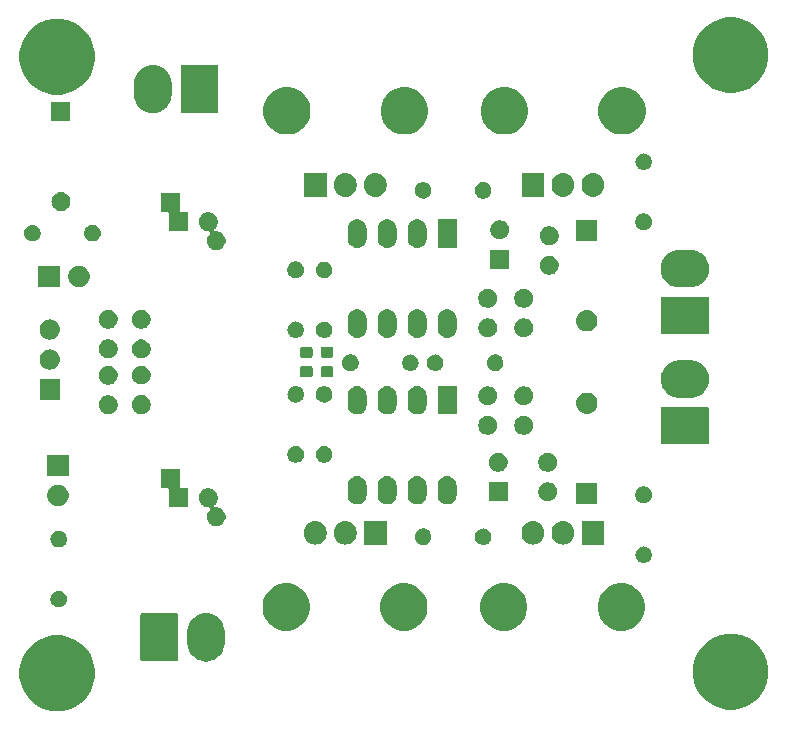
<source format=gbr>
G04 #@! TF.GenerationSoftware,KiCad,Pcbnew,(5.0.2)-1*
G04 #@! TF.CreationDate,2020-02-17T18:51:26+05:30*
G04 #@! TF.ProjectId,mosfet driver,6d6f7366-6574-4206-9472-697665722e6b,rev?*
G04 #@! TF.SameCoordinates,Original*
G04 #@! TF.FileFunction,Soldermask,Top*
G04 #@! TF.FilePolarity,Negative*
%FSLAX46Y46*%
G04 Gerber Fmt 4.6, Leading zero omitted, Abs format (unit mm)*
G04 Created by KiCad (PCBNEW (5.0.2)-1) date 02/17/20 18:51:26*
%MOMM*%
%LPD*%
G01*
G04 APERTURE LIST*
%ADD10C,0.100000*%
G04 APERTURE END LIST*
D10*
G36*
X48177405Y-175865974D02*
X48759767Y-176107196D01*
X49283884Y-176457400D01*
X49729600Y-176903116D01*
X50079804Y-177427233D01*
X50321026Y-178009595D01*
X50444000Y-178627826D01*
X50444000Y-179258174D01*
X50321026Y-179876405D01*
X50079804Y-180458767D01*
X49729600Y-180982884D01*
X49283884Y-181428600D01*
X48759767Y-181778804D01*
X48177405Y-182020026D01*
X47559174Y-182143000D01*
X46928826Y-182143000D01*
X46310595Y-182020026D01*
X45728233Y-181778804D01*
X45204116Y-181428600D01*
X44758400Y-180982884D01*
X44408196Y-180458767D01*
X44166974Y-179876405D01*
X44044000Y-179258174D01*
X44044000Y-178627826D01*
X44166974Y-178009595D01*
X44408196Y-177427233D01*
X44758400Y-176903116D01*
X45204116Y-176457400D01*
X45728233Y-176107196D01*
X46310595Y-175865974D01*
X46928826Y-175743000D01*
X47559174Y-175743000D01*
X48177405Y-175865974D01*
X48177405Y-175865974D01*
G37*
G36*
X105200405Y-175738974D02*
X105782767Y-175980196D01*
X106306884Y-176330400D01*
X106752600Y-176776116D01*
X107102804Y-177300233D01*
X107344026Y-177882595D01*
X107467000Y-178500826D01*
X107467000Y-179131174D01*
X107344026Y-179749405D01*
X107102804Y-180331767D01*
X106752600Y-180855884D01*
X106306884Y-181301600D01*
X105782767Y-181651804D01*
X105200405Y-181893026D01*
X104582174Y-182016000D01*
X103951826Y-182016000D01*
X103333595Y-181893026D01*
X102751233Y-181651804D01*
X102227116Y-181301600D01*
X101781400Y-180855884D01*
X101431196Y-180331767D01*
X101189974Y-179749405D01*
X101067000Y-179131174D01*
X101067000Y-178500826D01*
X101189974Y-177882595D01*
X101431196Y-177300233D01*
X101781400Y-176776116D01*
X102227116Y-176330400D01*
X102751233Y-175980196D01*
X103333595Y-175738974D01*
X103951826Y-175616000D01*
X104582174Y-175616000D01*
X105200405Y-175738974D01*
X105200405Y-175738974D01*
G37*
G36*
X60149733Y-173867862D02*
X60287028Y-173909510D01*
X60447565Y-173958208D01*
X60517389Y-173995530D01*
X60722047Y-174104922D01*
X60962634Y-174302366D01*
X60962635Y-174302368D01*
X60962637Y-174302369D01*
X61024487Y-174377735D01*
X61160078Y-174542952D01*
X61267581Y-174744077D01*
X61306792Y-174817434D01*
X61326468Y-174882299D01*
X61397138Y-175115266D01*
X61420000Y-175347389D01*
X61420000Y-176442610D01*
X61397138Y-176674734D01*
X61379064Y-176734316D01*
X61306792Y-176972566D01*
X61267581Y-177045923D01*
X61160078Y-177247048D01*
X60962634Y-177487634D01*
X60722048Y-177685078D01*
X60524082Y-177790893D01*
X60447566Y-177831792D01*
X60368965Y-177855635D01*
X60149734Y-177922138D01*
X59840000Y-177952644D01*
X59530267Y-177922138D01*
X59311036Y-177855635D01*
X59232435Y-177831792D01*
X59155919Y-177790893D01*
X58957953Y-177685078D01*
X58717367Y-177487634D01*
X58519922Y-177247048D01*
X58430391Y-177079547D01*
X58373208Y-176972566D01*
X58300936Y-176734316D01*
X58282862Y-176674734D01*
X58260000Y-176442611D01*
X58260000Y-175347390D01*
X58282862Y-175115267D01*
X58373208Y-174817436D01*
X58373208Y-174817435D01*
X58487437Y-174603729D01*
X58519922Y-174542953D01*
X58717366Y-174302366D01*
X58717368Y-174302365D01*
X58717369Y-174302363D01*
X58792735Y-174240513D01*
X58957952Y-174104922D01*
X59162610Y-173995530D01*
X59232434Y-173958208D01*
X59392971Y-173909510D01*
X59530266Y-173867862D01*
X59840000Y-173837356D01*
X60149733Y-173867862D01*
X60149733Y-173867862D01*
G37*
G36*
X57343662Y-173848367D02*
X57370635Y-173856549D01*
X57395490Y-173869835D01*
X57417281Y-173887719D01*
X57435165Y-173909510D01*
X57448451Y-173934365D01*
X57456633Y-173961338D01*
X57460000Y-173995530D01*
X57460000Y-177794470D01*
X57456633Y-177828662D01*
X57448451Y-177855635D01*
X57435165Y-177880490D01*
X57417281Y-177902281D01*
X57395490Y-177920165D01*
X57370635Y-177933451D01*
X57343662Y-177941633D01*
X57309470Y-177945000D01*
X54450530Y-177945000D01*
X54416338Y-177941633D01*
X54389365Y-177933451D01*
X54364510Y-177920165D01*
X54342719Y-177902281D01*
X54324835Y-177880490D01*
X54311549Y-177855635D01*
X54303367Y-177828662D01*
X54300000Y-177794470D01*
X54300000Y-173995530D01*
X54303367Y-173961338D01*
X54311549Y-173934365D01*
X54324835Y-173909510D01*
X54342719Y-173887719D01*
X54364510Y-173869835D01*
X54389365Y-173856549D01*
X54416338Y-173848367D01*
X54450530Y-173845000D01*
X57309470Y-173845000D01*
X57343662Y-173848367D01*
X57343662Y-173848367D01*
G37*
G36*
X85639578Y-171405659D02*
X86003554Y-171556422D01*
X86331129Y-171775301D01*
X86609699Y-172053871D01*
X86828578Y-172381446D01*
X86979341Y-172745422D01*
X87056200Y-173131816D01*
X87056200Y-173525784D01*
X86979341Y-173912178D01*
X86828578Y-174276154D01*
X86609699Y-174603729D01*
X86331129Y-174882299D01*
X86003554Y-175101178D01*
X85639578Y-175251941D01*
X85253184Y-175328800D01*
X84859216Y-175328800D01*
X84472822Y-175251941D01*
X84108846Y-175101178D01*
X83781271Y-174882299D01*
X83502701Y-174603729D01*
X83283822Y-174276154D01*
X83133059Y-173912178D01*
X83056200Y-173525784D01*
X83056200Y-173131816D01*
X83133059Y-172745422D01*
X83283822Y-172381446D01*
X83502701Y-172053871D01*
X83781271Y-171775301D01*
X84108846Y-171556422D01*
X84472822Y-171405659D01*
X84859216Y-171328800D01*
X85253184Y-171328800D01*
X85639578Y-171405659D01*
X85639578Y-171405659D01*
G37*
G36*
X67219578Y-171405659D02*
X67583554Y-171556422D01*
X67911129Y-171775301D01*
X68189699Y-172053871D01*
X68408578Y-172381446D01*
X68559341Y-172745422D01*
X68636200Y-173131816D01*
X68636200Y-173525784D01*
X68559341Y-173912178D01*
X68408578Y-174276154D01*
X68189699Y-174603729D01*
X67911129Y-174882299D01*
X67583554Y-175101178D01*
X67219578Y-175251941D01*
X66833184Y-175328800D01*
X66439216Y-175328800D01*
X66052822Y-175251941D01*
X65688846Y-175101178D01*
X65361271Y-174882299D01*
X65082701Y-174603729D01*
X64863822Y-174276154D01*
X64713059Y-173912178D01*
X64636200Y-173525784D01*
X64636200Y-173131816D01*
X64713059Y-172745422D01*
X64863822Y-172381446D01*
X65082701Y-172053871D01*
X65361271Y-171775301D01*
X65688846Y-171556422D01*
X66052822Y-171405659D01*
X66439216Y-171328800D01*
X66833184Y-171328800D01*
X67219578Y-171405659D01*
X67219578Y-171405659D01*
G37*
G36*
X77176378Y-171405659D02*
X77540354Y-171556422D01*
X77867929Y-171775301D01*
X78146499Y-172053871D01*
X78365378Y-172381446D01*
X78516141Y-172745422D01*
X78593000Y-173131816D01*
X78593000Y-173525784D01*
X78516141Y-173912178D01*
X78365378Y-174276154D01*
X78146499Y-174603729D01*
X77867929Y-174882299D01*
X77540354Y-175101178D01*
X77176378Y-175251941D01*
X76789984Y-175328800D01*
X76396016Y-175328800D01*
X76009622Y-175251941D01*
X75645646Y-175101178D01*
X75318071Y-174882299D01*
X75039501Y-174603729D01*
X74820622Y-174276154D01*
X74669859Y-173912178D01*
X74593000Y-173525784D01*
X74593000Y-173131816D01*
X74669859Y-172745422D01*
X74820622Y-172381446D01*
X75039501Y-172053871D01*
X75318071Y-171775301D01*
X75645646Y-171556422D01*
X76009622Y-171405659D01*
X76396016Y-171328800D01*
X76789984Y-171328800D01*
X77176378Y-171405659D01*
X77176378Y-171405659D01*
G37*
G36*
X95596378Y-171405659D02*
X95960354Y-171556422D01*
X96287929Y-171775301D01*
X96566499Y-172053871D01*
X96785378Y-172381446D01*
X96936141Y-172745422D01*
X97013000Y-173131816D01*
X97013000Y-173525784D01*
X96936141Y-173912178D01*
X96785378Y-174276154D01*
X96566499Y-174603729D01*
X96287929Y-174882299D01*
X95960354Y-175101178D01*
X95596378Y-175251941D01*
X95209984Y-175328800D01*
X94816016Y-175328800D01*
X94429622Y-175251941D01*
X94065646Y-175101178D01*
X93738071Y-174882299D01*
X93459501Y-174603729D01*
X93240622Y-174276154D01*
X93089859Y-173912178D01*
X93013000Y-173525784D01*
X93013000Y-173131816D01*
X93089859Y-172745422D01*
X93240622Y-172381446D01*
X93459501Y-172053871D01*
X93738071Y-171775301D01*
X94065646Y-171556422D01*
X94429622Y-171405659D01*
X94816016Y-171328800D01*
X95209984Y-171328800D01*
X95596378Y-171405659D01*
X95596378Y-171405659D01*
G37*
G36*
X47575183Y-171983400D02*
X47702574Y-172036168D01*
X47817225Y-172112775D01*
X47914725Y-172210275D01*
X47991332Y-172324926D01*
X48044100Y-172452317D01*
X48071000Y-172587555D01*
X48071000Y-172725445D01*
X48044100Y-172860683D01*
X47991332Y-172988074D01*
X47914725Y-173102725D01*
X47817225Y-173200225D01*
X47702574Y-173276832D01*
X47575183Y-173329600D01*
X47439945Y-173356500D01*
X47302055Y-173356500D01*
X47166817Y-173329600D01*
X47039426Y-173276832D01*
X46924775Y-173200225D01*
X46827275Y-173102725D01*
X46750668Y-172988074D01*
X46697900Y-172860683D01*
X46671000Y-172725445D01*
X46671000Y-172587555D01*
X46697900Y-172452317D01*
X46750668Y-172324926D01*
X46827275Y-172210275D01*
X46924775Y-172112775D01*
X47039426Y-172036168D01*
X47166817Y-171983400D01*
X47302055Y-171956500D01*
X47439945Y-171956500D01*
X47575183Y-171983400D01*
X47575183Y-171983400D01*
G37*
G36*
X97038224Y-168220128D02*
X97170175Y-168260155D01*
X97291781Y-168325155D01*
X97398370Y-168412630D01*
X97485845Y-168519219D01*
X97550845Y-168640825D01*
X97590872Y-168772776D01*
X97604387Y-168910000D01*
X97590872Y-169047224D01*
X97550845Y-169179175D01*
X97485845Y-169300781D01*
X97398370Y-169407370D01*
X97291781Y-169494845D01*
X97170175Y-169559845D01*
X97038224Y-169599872D01*
X96935390Y-169610000D01*
X96866610Y-169610000D01*
X96763776Y-169599872D01*
X96631825Y-169559845D01*
X96510219Y-169494845D01*
X96403630Y-169407370D01*
X96316155Y-169300781D01*
X96251155Y-169179175D01*
X96211128Y-169047224D01*
X96197613Y-168910000D01*
X96211128Y-168772776D01*
X96251155Y-168640825D01*
X96316155Y-168519219D01*
X96403630Y-168412630D01*
X96510219Y-168325155D01*
X96631825Y-168260155D01*
X96763776Y-168220128D01*
X96866610Y-168210000D01*
X96935390Y-168210000D01*
X97038224Y-168220128D01*
X97038224Y-168220128D01*
G37*
G36*
X47508224Y-166886628D02*
X47640175Y-166926655D01*
X47761781Y-166991655D01*
X47868370Y-167079130D01*
X47955845Y-167185719D01*
X48020845Y-167307325D01*
X48060872Y-167439276D01*
X48074387Y-167576500D01*
X48060872Y-167713724D01*
X48020845Y-167845675D01*
X47955845Y-167967281D01*
X47868370Y-168073870D01*
X47761781Y-168161345D01*
X47640175Y-168226345D01*
X47508224Y-168266372D01*
X47405390Y-168276500D01*
X47336610Y-168276500D01*
X47233776Y-168266372D01*
X47101825Y-168226345D01*
X46980219Y-168161345D01*
X46873630Y-168073870D01*
X46786155Y-167967281D01*
X46721155Y-167845675D01*
X46681128Y-167713724D01*
X46667613Y-167576500D01*
X46681128Y-167439276D01*
X46721155Y-167307325D01*
X46786155Y-167185719D01*
X46873630Y-167079130D01*
X46980219Y-166991655D01*
X47101825Y-166926655D01*
X47233776Y-166886628D01*
X47336610Y-166876500D01*
X47405390Y-166876500D01*
X47508224Y-166886628D01*
X47508224Y-166886628D01*
G37*
G36*
X78436183Y-166712900D02*
X78563574Y-166765668D01*
X78678224Y-166842274D01*
X78775726Y-166939776D01*
X78810390Y-166991655D01*
X78852332Y-167054426D01*
X78905100Y-167181817D01*
X78932000Y-167317055D01*
X78932000Y-167454945D01*
X78905100Y-167590183D01*
X78853928Y-167713722D01*
X78852332Y-167717574D01*
X78775726Y-167832224D01*
X78678224Y-167929726D01*
X78592878Y-167986752D01*
X78563574Y-168006332D01*
X78436183Y-168059100D01*
X78300945Y-168086000D01*
X78163055Y-168086000D01*
X78027817Y-168059100D01*
X77900426Y-168006332D01*
X77871122Y-167986752D01*
X77785776Y-167929726D01*
X77688274Y-167832224D01*
X77611668Y-167717574D01*
X77610072Y-167713722D01*
X77558900Y-167590183D01*
X77532000Y-167454945D01*
X77532000Y-167317055D01*
X77558900Y-167181817D01*
X77611668Y-167054426D01*
X77653610Y-166991655D01*
X77688274Y-166939776D01*
X77785776Y-166842274D01*
X77900426Y-166765668D01*
X78027817Y-166712900D01*
X78163055Y-166686000D01*
X78300945Y-166686000D01*
X78436183Y-166712900D01*
X78436183Y-166712900D01*
G37*
G36*
X83449224Y-166696128D02*
X83581175Y-166736155D01*
X83702781Y-166801155D01*
X83809370Y-166888630D01*
X83896845Y-166995219D01*
X83961845Y-167116825D01*
X84001872Y-167248776D01*
X84015387Y-167386000D01*
X84001872Y-167523224D01*
X83961845Y-167655175D01*
X83896845Y-167776781D01*
X83809370Y-167883370D01*
X83702781Y-167970845D01*
X83581175Y-168035845D01*
X83449224Y-168075872D01*
X83346390Y-168086000D01*
X83277610Y-168086000D01*
X83174776Y-168075872D01*
X83042825Y-168035845D01*
X82921219Y-167970845D01*
X82814630Y-167883370D01*
X82727155Y-167776781D01*
X82662155Y-167655175D01*
X82622128Y-167523224D01*
X82608613Y-167386000D01*
X82622128Y-167248776D01*
X82662155Y-167116825D01*
X82727155Y-166995219D01*
X82814630Y-166888630D01*
X82921219Y-166801155D01*
X83042825Y-166736155D01*
X83174776Y-166696128D01*
X83277610Y-166686000D01*
X83346390Y-166686000D01*
X83449224Y-166696128D01*
X83449224Y-166696128D01*
G37*
G36*
X71826724Y-166068782D02*
X72006269Y-166123247D01*
X72171741Y-166211693D01*
X72316778Y-166330722D01*
X72435807Y-166475759D01*
X72524253Y-166641232D01*
X72578718Y-166820777D01*
X72592500Y-166960712D01*
X72592500Y-167149289D01*
X72578718Y-167289224D01*
X72524253Y-167468769D01*
X72435807Y-167634241D01*
X72316778Y-167779278D01*
X72171741Y-167898307D01*
X72006268Y-167986753D01*
X71826723Y-168041218D01*
X71640000Y-168059608D01*
X71453276Y-168041218D01*
X71273731Y-167986753D01*
X71108259Y-167898307D01*
X70963222Y-167779278D01*
X70844193Y-167634241D01*
X70755747Y-167468768D01*
X70701282Y-167289223D01*
X70687500Y-167149288D01*
X70687500Y-166960711D01*
X70701282Y-166820776D01*
X70755747Y-166641231D01*
X70844193Y-166475759D01*
X70963219Y-166330725D01*
X70963221Y-166330724D01*
X70963222Y-166330722D01*
X71108259Y-166211694D01*
X71108263Y-166211692D01*
X71108264Y-166211691D01*
X71273732Y-166123247D01*
X71453277Y-166068782D01*
X71640000Y-166050392D01*
X71826724Y-166068782D01*
X71826724Y-166068782D01*
G37*
G36*
X90246724Y-166068782D02*
X90426269Y-166123247D01*
X90591741Y-166211693D01*
X90736778Y-166330722D01*
X90855807Y-166475759D01*
X90944253Y-166641232D01*
X90998718Y-166820777D01*
X91012500Y-166960712D01*
X91012500Y-167149289D01*
X90998718Y-167289224D01*
X90944253Y-167468769D01*
X90855807Y-167634241D01*
X90736778Y-167779278D01*
X90591741Y-167898307D01*
X90426268Y-167986753D01*
X90246723Y-168041218D01*
X90060000Y-168059608D01*
X89873276Y-168041218D01*
X89693731Y-167986753D01*
X89528259Y-167898307D01*
X89383222Y-167779278D01*
X89264193Y-167634241D01*
X89175747Y-167468768D01*
X89121282Y-167289223D01*
X89107500Y-167149288D01*
X89107500Y-166960711D01*
X89121282Y-166820776D01*
X89175747Y-166641231D01*
X89264193Y-166475759D01*
X89383219Y-166330725D01*
X89383221Y-166330724D01*
X89383222Y-166330722D01*
X89528259Y-166211694D01*
X89528263Y-166211692D01*
X89528264Y-166211691D01*
X89693732Y-166123247D01*
X89873277Y-166068782D01*
X90060000Y-166050392D01*
X90246724Y-166068782D01*
X90246724Y-166068782D01*
G37*
G36*
X69286724Y-166068782D02*
X69466269Y-166123247D01*
X69631741Y-166211693D01*
X69776778Y-166330722D01*
X69895807Y-166475759D01*
X69984253Y-166641232D01*
X70038718Y-166820777D01*
X70052500Y-166960712D01*
X70052500Y-167149289D01*
X70038718Y-167289224D01*
X69984253Y-167468769D01*
X69895807Y-167634241D01*
X69776778Y-167779278D01*
X69631741Y-167898307D01*
X69466268Y-167986753D01*
X69286723Y-168041218D01*
X69100000Y-168059608D01*
X68913276Y-168041218D01*
X68733731Y-167986753D01*
X68568259Y-167898307D01*
X68423222Y-167779278D01*
X68304193Y-167634241D01*
X68215747Y-167468768D01*
X68161282Y-167289223D01*
X68147500Y-167149288D01*
X68147500Y-166960711D01*
X68161282Y-166820776D01*
X68215747Y-166641231D01*
X68304193Y-166475759D01*
X68423219Y-166330725D01*
X68423221Y-166330724D01*
X68423222Y-166330722D01*
X68568259Y-166211694D01*
X68568263Y-166211692D01*
X68568264Y-166211691D01*
X68733732Y-166123247D01*
X68913277Y-166068782D01*
X69100000Y-166050392D01*
X69286724Y-166068782D01*
X69286724Y-166068782D01*
G37*
G36*
X87706724Y-166068782D02*
X87886269Y-166123247D01*
X88051741Y-166211693D01*
X88196778Y-166330722D01*
X88315807Y-166475759D01*
X88404253Y-166641232D01*
X88458718Y-166820777D01*
X88472500Y-166960712D01*
X88472500Y-167149289D01*
X88458718Y-167289224D01*
X88404253Y-167468769D01*
X88315807Y-167634241D01*
X88196778Y-167779278D01*
X88051741Y-167898307D01*
X87886268Y-167986753D01*
X87706723Y-168041218D01*
X87520000Y-168059608D01*
X87333276Y-168041218D01*
X87153731Y-167986753D01*
X86988259Y-167898307D01*
X86843222Y-167779278D01*
X86724193Y-167634241D01*
X86635747Y-167468768D01*
X86581282Y-167289223D01*
X86567500Y-167149288D01*
X86567500Y-166960711D01*
X86581282Y-166820776D01*
X86635747Y-166641231D01*
X86724193Y-166475759D01*
X86843219Y-166330725D01*
X86843221Y-166330724D01*
X86843222Y-166330722D01*
X86988259Y-166211694D01*
X86988263Y-166211692D01*
X86988264Y-166211691D01*
X87153732Y-166123247D01*
X87333277Y-166068782D01*
X87520000Y-166050392D01*
X87706724Y-166068782D01*
X87706724Y-166068782D01*
G37*
G36*
X93552500Y-168055000D02*
X91647500Y-168055000D01*
X91647500Y-166055000D01*
X93552500Y-166055000D01*
X93552500Y-168055000D01*
X93552500Y-168055000D01*
G37*
G36*
X75132500Y-168055000D02*
X73227500Y-168055000D01*
X73227500Y-166055000D01*
X75132500Y-166055000D01*
X75132500Y-168055000D01*
X75132500Y-168055000D01*
G37*
G36*
X60264352Y-163314743D02*
X60409941Y-163375048D01*
X60540973Y-163462601D01*
X60652399Y-163574027D01*
X60739952Y-163705059D01*
X60800257Y-163850648D01*
X60831000Y-164005205D01*
X60831000Y-164162795D01*
X60800257Y-164317352D01*
X60739952Y-164462941D01*
X60652399Y-164593973D01*
X60575760Y-164670612D01*
X60560214Y-164689554D01*
X60548663Y-164711165D01*
X60541550Y-164734614D01*
X60539148Y-164759000D01*
X60541550Y-164783386D01*
X60548663Y-164806835D01*
X60560214Y-164828446D01*
X60575760Y-164847388D01*
X60594702Y-164862934D01*
X60616313Y-164874485D01*
X60639762Y-164881598D01*
X60664148Y-164884000D01*
X60780732Y-164884000D01*
X60935289Y-164914743D01*
X61080878Y-164975048D01*
X61211910Y-165062601D01*
X61323336Y-165174027D01*
X61410889Y-165305059D01*
X61471194Y-165450648D01*
X61501937Y-165605205D01*
X61501937Y-165762795D01*
X61471194Y-165917352D01*
X61410889Y-166062941D01*
X61323336Y-166193973D01*
X61211910Y-166305399D01*
X61080878Y-166392952D01*
X60935289Y-166453257D01*
X60780732Y-166484000D01*
X60623142Y-166484000D01*
X60468585Y-166453257D01*
X60322996Y-166392952D01*
X60191964Y-166305399D01*
X60080538Y-166193973D01*
X59992985Y-166062941D01*
X59932680Y-165917352D01*
X59901937Y-165762795D01*
X59901937Y-165605205D01*
X59932680Y-165450648D01*
X59992985Y-165305059D01*
X60080538Y-165174027D01*
X60157177Y-165097388D01*
X60172723Y-165078446D01*
X60184274Y-165056835D01*
X60191387Y-165033386D01*
X60193789Y-165009000D01*
X60191387Y-164984614D01*
X60184274Y-164961165D01*
X60172723Y-164939554D01*
X60157177Y-164920612D01*
X60138235Y-164905066D01*
X60116624Y-164893515D01*
X60093175Y-164886402D01*
X60068789Y-164884000D01*
X59952205Y-164884000D01*
X59797648Y-164853257D01*
X59652059Y-164792952D01*
X59521027Y-164705399D01*
X59409601Y-164593973D01*
X59322048Y-164462941D01*
X59261743Y-164317352D01*
X59231000Y-164162795D01*
X59231000Y-164005205D01*
X59261743Y-163850648D01*
X59322048Y-163705059D01*
X59409601Y-163574027D01*
X59521027Y-163462601D01*
X59652059Y-163375048D01*
X59797648Y-163314743D01*
X59952205Y-163284000D01*
X60109795Y-163284000D01*
X60264352Y-163314743D01*
X60264352Y-163314743D01*
G37*
G36*
X57660063Y-163159000D02*
X57662465Y-163183386D01*
X57669578Y-163206835D01*
X57681129Y-163228446D01*
X57696675Y-163247388D01*
X57715617Y-163262934D01*
X57737228Y-163274485D01*
X57760677Y-163281598D01*
X57785063Y-163284000D01*
X58331000Y-163284000D01*
X58331000Y-164884000D01*
X56731000Y-164884000D01*
X56731000Y-163409000D01*
X56728598Y-163384614D01*
X56721485Y-163361165D01*
X56709934Y-163339554D01*
X56694388Y-163320612D01*
X56675446Y-163305066D01*
X56653835Y-163293515D01*
X56630386Y-163286402D01*
X56606000Y-163284000D01*
X56060063Y-163284000D01*
X56060063Y-161684000D01*
X57660063Y-161684000D01*
X57660063Y-163159000D01*
X57660063Y-163159000D01*
G37*
G36*
X47570021Y-163028086D02*
X47733809Y-163095929D01*
X47881220Y-163194426D01*
X48006574Y-163319780D01*
X48105071Y-163467191D01*
X48172914Y-163630979D01*
X48207500Y-163804856D01*
X48207500Y-163982144D01*
X48172914Y-164156021D01*
X48105071Y-164319809D01*
X48006574Y-164467220D01*
X47881220Y-164592574D01*
X47733809Y-164691071D01*
X47570021Y-164758914D01*
X47396144Y-164793500D01*
X47218856Y-164793500D01*
X47044979Y-164758914D01*
X46881191Y-164691071D01*
X46733780Y-164592574D01*
X46608426Y-164467220D01*
X46509929Y-164319809D01*
X46442086Y-164156021D01*
X46407500Y-163982144D01*
X46407500Y-163804856D01*
X46442086Y-163630979D01*
X46509929Y-163467191D01*
X46608426Y-163319780D01*
X46733780Y-163194426D01*
X46881191Y-163095929D01*
X47044979Y-163028086D01*
X47218856Y-162993500D01*
X47396144Y-162993500D01*
X47570021Y-163028086D01*
X47570021Y-163028086D01*
G37*
G36*
X72800827Y-162260576D02*
X72876227Y-162283448D01*
X72951629Y-162306321D01*
X73090608Y-162380608D01*
X73212422Y-162480578D01*
X73312392Y-162602392D01*
X73386679Y-162741371D01*
X73386679Y-162741372D01*
X73432424Y-162892173D01*
X73444000Y-163009707D01*
X73444000Y-163888293D01*
X73432424Y-164005827D01*
X73423822Y-164034183D01*
X73386679Y-164156629D01*
X73312392Y-164295608D01*
X73212425Y-164417419D01*
X73212423Y-164417420D01*
X73212422Y-164417422D01*
X73151742Y-164467220D01*
X73090604Y-164517394D01*
X72951628Y-164591679D01*
X72914307Y-164603000D01*
X72800826Y-164637424D01*
X72644000Y-164652870D01*
X72487173Y-164637424D01*
X72373692Y-164603000D01*
X72336371Y-164591679D01*
X72197392Y-164517392D01*
X72075581Y-164417425D01*
X72075580Y-164417423D01*
X72075578Y-164417422D01*
X71975607Y-164295605D01*
X71975606Y-164295604D01*
X71901321Y-164156628D01*
X71864178Y-164034182D01*
X71855576Y-164005826D01*
X71844000Y-163888292D01*
X71844000Y-163009707D01*
X71855577Y-162892173D01*
X71901322Y-162741372D01*
X71901322Y-162741371D01*
X71975609Y-162602392D01*
X72075579Y-162480578D01*
X72197393Y-162380608D01*
X72336372Y-162306321D01*
X72411774Y-162283448D01*
X72487174Y-162260576D01*
X72644000Y-162245130D01*
X72800827Y-162260576D01*
X72800827Y-162260576D01*
G37*
G36*
X80420827Y-162260576D02*
X80496227Y-162283448D01*
X80571629Y-162306321D01*
X80710608Y-162380608D01*
X80832422Y-162480578D01*
X80932392Y-162602392D01*
X81006679Y-162741371D01*
X81006679Y-162741372D01*
X81052424Y-162892173D01*
X81064000Y-163009707D01*
X81064000Y-163888293D01*
X81052424Y-164005827D01*
X81043822Y-164034183D01*
X81006679Y-164156629D01*
X80932392Y-164295608D01*
X80832425Y-164417419D01*
X80832423Y-164417420D01*
X80832422Y-164417422D01*
X80771742Y-164467220D01*
X80710604Y-164517394D01*
X80571628Y-164591679D01*
X80534307Y-164603000D01*
X80420826Y-164637424D01*
X80264000Y-164652870D01*
X80107173Y-164637424D01*
X79993692Y-164603000D01*
X79956371Y-164591679D01*
X79817392Y-164517392D01*
X79695581Y-164417425D01*
X79695580Y-164417423D01*
X79695578Y-164417422D01*
X79595607Y-164295605D01*
X79595606Y-164295604D01*
X79521321Y-164156628D01*
X79484178Y-164034182D01*
X79475576Y-164005826D01*
X79464000Y-163888292D01*
X79464000Y-163009707D01*
X79475577Y-162892173D01*
X79521322Y-162741372D01*
X79521322Y-162741371D01*
X79595609Y-162602392D01*
X79695579Y-162480578D01*
X79817393Y-162380608D01*
X79956372Y-162306321D01*
X80031774Y-162283448D01*
X80107174Y-162260576D01*
X80264000Y-162245130D01*
X80420827Y-162260576D01*
X80420827Y-162260576D01*
G37*
G36*
X77880827Y-162260576D02*
X77956227Y-162283448D01*
X78031629Y-162306321D01*
X78170608Y-162380608D01*
X78292422Y-162480578D01*
X78392392Y-162602392D01*
X78466679Y-162741371D01*
X78466679Y-162741372D01*
X78512424Y-162892173D01*
X78524000Y-163009707D01*
X78524000Y-163888293D01*
X78512424Y-164005827D01*
X78503822Y-164034183D01*
X78466679Y-164156629D01*
X78392392Y-164295608D01*
X78292425Y-164417419D01*
X78292423Y-164417420D01*
X78292422Y-164417422D01*
X78231742Y-164467220D01*
X78170604Y-164517394D01*
X78031628Y-164591679D01*
X77994307Y-164603000D01*
X77880826Y-164637424D01*
X77724000Y-164652870D01*
X77567173Y-164637424D01*
X77453692Y-164603000D01*
X77416371Y-164591679D01*
X77277392Y-164517392D01*
X77155581Y-164417425D01*
X77155580Y-164417423D01*
X77155578Y-164417422D01*
X77055607Y-164295605D01*
X77055606Y-164295604D01*
X76981321Y-164156628D01*
X76944178Y-164034182D01*
X76935576Y-164005826D01*
X76924000Y-163888292D01*
X76924000Y-163009707D01*
X76935577Y-162892173D01*
X76981322Y-162741372D01*
X76981322Y-162741371D01*
X77055609Y-162602392D01*
X77155579Y-162480578D01*
X77277393Y-162380608D01*
X77416372Y-162306321D01*
X77491774Y-162283448D01*
X77567174Y-162260576D01*
X77724000Y-162245130D01*
X77880827Y-162260576D01*
X77880827Y-162260576D01*
G37*
G36*
X75340827Y-162260576D02*
X75416227Y-162283448D01*
X75491629Y-162306321D01*
X75630608Y-162380608D01*
X75752422Y-162480578D01*
X75852392Y-162602392D01*
X75926679Y-162741371D01*
X75926679Y-162741372D01*
X75972424Y-162892173D01*
X75984000Y-163009707D01*
X75984000Y-163888293D01*
X75972424Y-164005827D01*
X75963822Y-164034183D01*
X75926679Y-164156629D01*
X75852392Y-164295608D01*
X75752425Y-164417419D01*
X75752423Y-164417420D01*
X75752422Y-164417422D01*
X75691742Y-164467220D01*
X75630604Y-164517394D01*
X75491628Y-164591679D01*
X75454307Y-164603000D01*
X75340826Y-164637424D01*
X75184000Y-164652870D01*
X75027173Y-164637424D01*
X74913692Y-164603000D01*
X74876371Y-164591679D01*
X74737392Y-164517392D01*
X74615581Y-164417425D01*
X74615580Y-164417423D01*
X74615578Y-164417422D01*
X74515607Y-164295605D01*
X74515606Y-164295604D01*
X74441321Y-164156628D01*
X74404178Y-164034182D01*
X74395576Y-164005826D01*
X74384000Y-163888292D01*
X74384000Y-163009707D01*
X74395577Y-162892173D01*
X74441322Y-162741372D01*
X74441322Y-162741371D01*
X74515609Y-162602392D01*
X74615579Y-162480578D01*
X74737393Y-162380608D01*
X74876372Y-162306321D01*
X74951774Y-162283448D01*
X75027174Y-162260576D01*
X75184000Y-162245130D01*
X75340827Y-162260576D01*
X75340827Y-162260576D01*
G37*
G36*
X92975000Y-164603000D02*
X91175000Y-164603000D01*
X91175000Y-162803000D01*
X92975000Y-162803000D01*
X92975000Y-164603000D01*
X92975000Y-164603000D01*
G37*
G36*
X97105183Y-163156900D02*
X97232574Y-163209668D01*
X97343821Y-163284000D01*
X97347225Y-163286275D01*
X97444725Y-163383775D01*
X97521332Y-163498426D01*
X97574100Y-163625817D01*
X97601000Y-163761055D01*
X97601000Y-163898945D01*
X97574100Y-164034183D01*
X97523633Y-164156020D01*
X97521332Y-164161574D01*
X97444726Y-164276224D01*
X97347224Y-164373726D01*
X97281832Y-164417419D01*
X97232574Y-164450332D01*
X97105183Y-164503100D01*
X96969945Y-164530000D01*
X96832055Y-164530000D01*
X96696817Y-164503100D01*
X96569426Y-164450332D01*
X96520168Y-164417419D01*
X96454776Y-164373726D01*
X96357274Y-164276224D01*
X96280668Y-164161574D01*
X96278367Y-164156020D01*
X96227900Y-164034183D01*
X96201000Y-163898945D01*
X96201000Y-163761055D01*
X96227900Y-163625817D01*
X96280668Y-163498426D01*
X96357275Y-163383775D01*
X96454775Y-163286275D01*
X96458180Y-163284000D01*
X96569426Y-163209668D01*
X96696817Y-163156900D01*
X96832055Y-163130000D01*
X96969945Y-163130000D01*
X97105183Y-163156900D01*
X97105183Y-163156900D01*
G37*
G36*
X85382000Y-164376000D02*
X83782000Y-164376000D01*
X83782000Y-162776000D01*
X85382000Y-162776000D01*
X85382000Y-164376000D01*
X85382000Y-164376000D01*
G37*
G36*
X89006352Y-162806743D02*
X89151941Y-162867048D01*
X89282973Y-162954601D01*
X89394399Y-163066027D01*
X89481952Y-163197059D01*
X89542257Y-163342648D01*
X89573000Y-163497205D01*
X89573000Y-163654795D01*
X89542257Y-163809352D01*
X89481952Y-163954941D01*
X89394399Y-164085973D01*
X89282973Y-164197399D01*
X89151941Y-164284952D01*
X89006352Y-164345257D01*
X88851795Y-164376000D01*
X88694205Y-164376000D01*
X88539648Y-164345257D01*
X88394059Y-164284952D01*
X88263027Y-164197399D01*
X88151601Y-164085973D01*
X88064048Y-163954941D01*
X88003743Y-163809352D01*
X87973000Y-163654795D01*
X87973000Y-163497205D01*
X88003743Y-163342648D01*
X88064048Y-163197059D01*
X88151601Y-163066027D01*
X88263027Y-162954601D01*
X88394059Y-162867048D01*
X88539648Y-162806743D01*
X88694205Y-162776000D01*
X88851795Y-162776000D01*
X89006352Y-162806743D01*
X89006352Y-162806743D01*
G37*
G36*
X48207500Y-162253500D02*
X46407500Y-162253500D01*
X46407500Y-160453500D01*
X48207500Y-160453500D01*
X48207500Y-162253500D01*
X48207500Y-162253500D01*
G37*
G36*
X84815352Y-160306743D02*
X84960941Y-160367048D01*
X85091973Y-160454601D01*
X85203399Y-160566027D01*
X85290952Y-160697059D01*
X85351257Y-160842648D01*
X85382000Y-160997205D01*
X85382000Y-161154795D01*
X85351257Y-161309352D01*
X85290952Y-161454941D01*
X85203399Y-161585973D01*
X85091973Y-161697399D01*
X84960941Y-161784952D01*
X84815352Y-161845257D01*
X84660795Y-161876000D01*
X84503205Y-161876000D01*
X84348648Y-161845257D01*
X84203059Y-161784952D01*
X84072027Y-161697399D01*
X83960601Y-161585973D01*
X83873048Y-161454941D01*
X83812743Y-161309352D01*
X83782000Y-161154795D01*
X83782000Y-160997205D01*
X83812743Y-160842648D01*
X83873048Y-160697059D01*
X83960601Y-160566027D01*
X84072027Y-160454601D01*
X84203059Y-160367048D01*
X84348648Y-160306743D01*
X84503205Y-160276000D01*
X84660795Y-160276000D01*
X84815352Y-160306743D01*
X84815352Y-160306743D01*
G37*
G36*
X89006352Y-160306743D02*
X89151941Y-160367048D01*
X89282973Y-160454601D01*
X89394399Y-160566027D01*
X89481952Y-160697059D01*
X89542257Y-160842648D01*
X89573000Y-160997205D01*
X89573000Y-161154795D01*
X89542257Y-161309352D01*
X89481952Y-161454941D01*
X89394399Y-161585973D01*
X89282973Y-161697399D01*
X89151941Y-161784952D01*
X89006352Y-161845257D01*
X88851795Y-161876000D01*
X88694205Y-161876000D01*
X88539648Y-161845257D01*
X88394059Y-161784952D01*
X88263027Y-161697399D01*
X88151601Y-161585973D01*
X88064048Y-161454941D01*
X88003743Y-161309352D01*
X87973000Y-161154795D01*
X87973000Y-160997205D01*
X88003743Y-160842648D01*
X88064048Y-160697059D01*
X88151601Y-160566027D01*
X88263027Y-160454601D01*
X88394059Y-160367048D01*
X88539648Y-160306743D01*
X88694205Y-160276000D01*
X88851795Y-160276000D01*
X89006352Y-160306743D01*
X89006352Y-160306743D01*
G37*
G36*
X67641183Y-159735900D02*
X67768574Y-159788668D01*
X67883225Y-159865275D01*
X67980725Y-159962775D01*
X68057332Y-160077426D01*
X68110100Y-160204817D01*
X68137000Y-160340055D01*
X68137000Y-160477945D01*
X68110100Y-160613183D01*
X68057332Y-160740574D01*
X67980725Y-160855225D01*
X67883225Y-160952725D01*
X67768574Y-161029332D01*
X67641183Y-161082100D01*
X67505945Y-161109000D01*
X67368055Y-161109000D01*
X67232817Y-161082100D01*
X67105426Y-161029332D01*
X66990775Y-160952725D01*
X66893275Y-160855225D01*
X66816668Y-160740574D01*
X66763900Y-160613183D01*
X66737000Y-160477945D01*
X66737000Y-160340055D01*
X66763900Y-160204817D01*
X66816668Y-160077426D01*
X66893275Y-159962775D01*
X66990775Y-159865275D01*
X67105426Y-159788668D01*
X67232817Y-159735900D01*
X67368055Y-159709000D01*
X67505945Y-159709000D01*
X67641183Y-159735900D01*
X67641183Y-159735900D01*
G37*
G36*
X70054183Y-159735900D02*
X70181574Y-159788668D01*
X70296225Y-159865275D01*
X70393725Y-159962775D01*
X70470332Y-160077426D01*
X70523100Y-160204817D01*
X70550000Y-160340055D01*
X70550000Y-160477945D01*
X70523100Y-160613183D01*
X70470332Y-160740574D01*
X70393725Y-160855225D01*
X70296225Y-160952725D01*
X70181574Y-161029332D01*
X70054183Y-161082100D01*
X69918945Y-161109000D01*
X69781055Y-161109000D01*
X69645817Y-161082100D01*
X69518426Y-161029332D01*
X69403775Y-160952725D01*
X69306275Y-160855225D01*
X69229668Y-160740574D01*
X69176900Y-160613183D01*
X69150000Y-160477945D01*
X69150000Y-160340055D01*
X69176900Y-160204817D01*
X69229668Y-160077426D01*
X69306275Y-159962775D01*
X69403775Y-159865275D01*
X69518426Y-159788668D01*
X69645817Y-159735900D01*
X69781055Y-159709000D01*
X69918945Y-159709000D01*
X70054183Y-159735900D01*
X70054183Y-159735900D01*
G37*
G36*
X102326847Y-156411375D02*
X102353899Y-156419581D01*
X102378817Y-156432900D01*
X102400668Y-156450832D01*
X102418600Y-156472683D01*
X102431919Y-156497601D01*
X102440125Y-156524653D01*
X102443500Y-156558919D01*
X102443500Y-159417081D01*
X102440125Y-159451347D01*
X102431919Y-159478399D01*
X102418600Y-159503317D01*
X102400668Y-159525168D01*
X102378817Y-159543100D01*
X102353899Y-159556419D01*
X102326847Y-159564625D01*
X102292581Y-159568000D01*
X98494419Y-159568000D01*
X98460153Y-159564625D01*
X98433101Y-159556419D01*
X98408183Y-159543100D01*
X98386332Y-159525168D01*
X98368400Y-159503317D01*
X98355081Y-159478399D01*
X98346875Y-159451347D01*
X98343500Y-159417081D01*
X98343500Y-156558919D01*
X98346875Y-156524653D01*
X98355081Y-156497601D01*
X98368400Y-156472683D01*
X98386332Y-156450832D01*
X98408183Y-156432900D01*
X98433101Y-156419581D01*
X98460153Y-156411375D01*
X98494419Y-156408000D01*
X102292581Y-156408000D01*
X102326847Y-156411375D01*
X102326847Y-156411375D01*
G37*
G36*
X83926352Y-157178743D02*
X84071941Y-157239048D01*
X84202973Y-157326601D01*
X84314399Y-157438027D01*
X84401952Y-157569059D01*
X84462257Y-157714648D01*
X84493000Y-157869205D01*
X84493000Y-158026795D01*
X84462257Y-158181352D01*
X84401952Y-158326941D01*
X84314399Y-158457973D01*
X84202973Y-158569399D01*
X84071941Y-158656952D01*
X83926352Y-158717257D01*
X83771795Y-158748000D01*
X83614205Y-158748000D01*
X83459648Y-158717257D01*
X83314059Y-158656952D01*
X83183027Y-158569399D01*
X83071601Y-158457973D01*
X82984048Y-158326941D01*
X82923743Y-158181352D01*
X82893000Y-158026795D01*
X82893000Y-157869205D01*
X82923743Y-157714648D01*
X82984048Y-157569059D01*
X83071601Y-157438027D01*
X83183027Y-157326601D01*
X83314059Y-157239048D01*
X83459648Y-157178743D01*
X83614205Y-157148000D01*
X83771795Y-157148000D01*
X83926352Y-157178743D01*
X83926352Y-157178743D01*
G37*
G36*
X86974352Y-157178743D02*
X87119941Y-157239048D01*
X87250973Y-157326601D01*
X87362399Y-157438027D01*
X87449952Y-157569059D01*
X87510257Y-157714648D01*
X87541000Y-157869205D01*
X87541000Y-158026795D01*
X87510257Y-158181352D01*
X87449952Y-158326941D01*
X87362399Y-158457973D01*
X87250973Y-158569399D01*
X87119941Y-158656952D01*
X86974352Y-158717257D01*
X86819795Y-158748000D01*
X86662205Y-158748000D01*
X86507648Y-158717257D01*
X86362059Y-158656952D01*
X86231027Y-158569399D01*
X86119601Y-158457973D01*
X86032048Y-158326941D01*
X85971743Y-158181352D01*
X85941000Y-158026795D01*
X85941000Y-157869205D01*
X85971743Y-157714648D01*
X86032048Y-157569059D01*
X86119601Y-157438027D01*
X86231027Y-157326601D01*
X86362059Y-157239048D01*
X86507648Y-157178743D01*
X86662205Y-157148000D01*
X86819795Y-157148000D01*
X86974352Y-157178743D01*
X86974352Y-157178743D01*
G37*
G36*
X75340827Y-154640576D02*
X75416227Y-154663448D01*
X75491629Y-154686321D01*
X75630608Y-154760608D01*
X75752422Y-154860578D01*
X75852392Y-154982392D01*
X75926679Y-155121371D01*
X75926679Y-155121372D01*
X75972424Y-155272173D01*
X75984000Y-155389707D01*
X75984000Y-156268293D01*
X75972424Y-156385827D01*
X75954974Y-156443351D01*
X75926679Y-156536629D01*
X75852392Y-156675608D01*
X75752425Y-156797419D01*
X75752423Y-156797420D01*
X75752422Y-156797422D01*
X75661059Y-156872400D01*
X75630604Y-156897394D01*
X75491628Y-156971679D01*
X75466646Y-156979257D01*
X75340826Y-157017424D01*
X75184000Y-157032870D01*
X75027173Y-157017424D01*
X74901353Y-156979257D01*
X74876371Y-156971679D01*
X74737392Y-156897392D01*
X74615581Y-156797425D01*
X74615580Y-156797423D01*
X74615578Y-156797422D01*
X74515607Y-156675605D01*
X74515606Y-156675604D01*
X74441321Y-156536628D01*
X74409856Y-156432900D01*
X74395576Y-156385826D01*
X74384000Y-156268292D01*
X74384000Y-155389707D01*
X74395577Y-155272173D01*
X74441322Y-155121372D01*
X74441322Y-155121371D01*
X74515609Y-154982392D01*
X74615579Y-154860578D01*
X74737393Y-154760608D01*
X74876372Y-154686321D01*
X74951774Y-154663448D01*
X75027174Y-154640576D01*
X75184000Y-154625130D01*
X75340827Y-154640576D01*
X75340827Y-154640576D01*
G37*
G36*
X72800827Y-154640576D02*
X72876227Y-154663448D01*
X72951629Y-154686321D01*
X73090608Y-154760608D01*
X73212422Y-154860578D01*
X73312392Y-154982392D01*
X73386679Y-155121371D01*
X73386679Y-155121372D01*
X73432424Y-155272173D01*
X73444000Y-155389707D01*
X73444000Y-156268293D01*
X73432424Y-156385827D01*
X73414974Y-156443351D01*
X73386679Y-156536629D01*
X73312392Y-156675608D01*
X73212425Y-156797419D01*
X73212423Y-156797420D01*
X73212422Y-156797422D01*
X73121059Y-156872400D01*
X73090604Y-156897394D01*
X72951628Y-156971679D01*
X72926646Y-156979257D01*
X72800826Y-157017424D01*
X72644000Y-157032870D01*
X72487173Y-157017424D01*
X72361353Y-156979257D01*
X72336371Y-156971679D01*
X72197392Y-156897392D01*
X72075581Y-156797425D01*
X72075580Y-156797423D01*
X72075578Y-156797422D01*
X71975607Y-156675605D01*
X71975606Y-156675604D01*
X71901321Y-156536628D01*
X71869856Y-156432900D01*
X71855576Y-156385826D01*
X71844000Y-156268292D01*
X71844000Y-155389707D01*
X71855577Y-155272173D01*
X71901322Y-155121372D01*
X71901322Y-155121371D01*
X71975609Y-154982392D01*
X72075579Y-154860578D01*
X72197393Y-154760608D01*
X72336372Y-154686321D01*
X72411774Y-154663448D01*
X72487174Y-154640576D01*
X72644000Y-154625130D01*
X72800827Y-154640576D01*
X72800827Y-154640576D01*
G37*
G36*
X77880827Y-154640576D02*
X77956227Y-154663448D01*
X78031629Y-154686321D01*
X78170608Y-154760608D01*
X78292422Y-154860578D01*
X78392392Y-154982392D01*
X78466679Y-155121371D01*
X78466679Y-155121372D01*
X78512424Y-155272173D01*
X78524000Y-155389707D01*
X78524000Y-156268293D01*
X78512424Y-156385827D01*
X78494974Y-156443351D01*
X78466679Y-156536629D01*
X78392392Y-156675608D01*
X78292425Y-156797419D01*
X78292423Y-156797420D01*
X78292422Y-156797422D01*
X78201059Y-156872400D01*
X78170604Y-156897394D01*
X78031628Y-156971679D01*
X78006646Y-156979257D01*
X77880826Y-157017424D01*
X77724000Y-157032870D01*
X77567173Y-157017424D01*
X77441353Y-156979257D01*
X77416371Y-156971679D01*
X77277392Y-156897392D01*
X77155581Y-156797425D01*
X77155580Y-156797423D01*
X77155578Y-156797422D01*
X77055607Y-156675605D01*
X77055606Y-156675604D01*
X76981321Y-156536628D01*
X76949856Y-156432900D01*
X76935576Y-156385826D01*
X76924000Y-156268292D01*
X76924000Y-155389707D01*
X76935577Y-155272173D01*
X76981322Y-155121372D01*
X76981322Y-155121371D01*
X77055609Y-154982392D01*
X77155579Y-154860578D01*
X77277393Y-154760608D01*
X77416372Y-154686321D01*
X77491774Y-154663448D01*
X77567174Y-154640576D01*
X77724000Y-154625130D01*
X77880827Y-154640576D01*
X77880827Y-154640576D01*
G37*
G36*
X81064000Y-157029000D02*
X79464000Y-157029000D01*
X79464000Y-154629000D01*
X81064000Y-154629000D01*
X81064000Y-157029000D01*
X81064000Y-157029000D01*
G37*
G36*
X51795352Y-155440743D02*
X51940941Y-155501048D01*
X52071973Y-155588601D01*
X52183399Y-155700027D01*
X52270952Y-155831059D01*
X52331257Y-155976648D01*
X52362000Y-156131205D01*
X52362000Y-156288795D01*
X52331257Y-156443352D01*
X52270952Y-156588941D01*
X52183399Y-156719973D01*
X52071973Y-156831399D01*
X51940941Y-156918952D01*
X51795352Y-156979257D01*
X51640795Y-157010000D01*
X51483205Y-157010000D01*
X51328648Y-156979257D01*
X51183059Y-156918952D01*
X51052027Y-156831399D01*
X50940601Y-156719973D01*
X50853048Y-156588941D01*
X50792743Y-156443352D01*
X50762000Y-156288795D01*
X50762000Y-156131205D01*
X50792743Y-155976648D01*
X50853048Y-155831059D01*
X50940601Y-155700027D01*
X51052027Y-155588601D01*
X51183059Y-155501048D01*
X51328648Y-155440743D01*
X51483205Y-155410000D01*
X51640795Y-155410000D01*
X51795352Y-155440743D01*
X51795352Y-155440743D01*
G37*
G36*
X54589352Y-155426743D02*
X54734941Y-155487048D01*
X54865973Y-155574601D01*
X54977399Y-155686027D01*
X55064952Y-155817059D01*
X55125257Y-155962648D01*
X55156000Y-156117205D01*
X55156000Y-156274795D01*
X55125257Y-156429352D01*
X55064952Y-156574941D01*
X54977399Y-156705973D01*
X54865973Y-156817399D01*
X54734941Y-156904952D01*
X54589352Y-156965257D01*
X54434795Y-156996000D01*
X54277205Y-156996000D01*
X54122648Y-156965257D01*
X53977059Y-156904952D01*
X53846027Y-156817399D01*
X53734601Y-156705973D01*
X53647048Y-156574941D01*
X53586743Y-156429352D01*
X53556000Y-156274795D01*
X53556000Y-156117205D01*
X53586743Y-155962648D01*
X53647048Y-155817059D01*
X53734601Y-155686027D01*
X53846027Y-155574601D01*
X53977059Y-155487048D01*
X54122648Y-155426743D01*
X54277205Y-155396000D01*
X54434795Y-155396000D01*
X54589352Y-155426743D01*
X54589352Y-155426743D01*
G37*
G36*
X92251432Y-155196022D02*
X92421081Y-155247485D01*
X92577433Y-155331056D01*
X92714475Y-155443525D01*
X92826944Y-155580567D01*
X92910515Y-155736919D01*
X92961978Y-155906568D01*
X92979354Y-156083000D01*
X92961978Y-156259432D01*
X92910515Y-156429081D01*
X92826944Y-156585433D01*
X92714475Y-156722475D01*
X92577433Y-156834944D01*
X92421081Y-156918515D01*
X92251432Y-156969978D01*
X92119211Y-156983000D01*
X92030789Y-156983000D01*
X91898568Y-156969978D01*
X91728919Y-156918515D01*
X91572567Y-156834944D01*
X91435525Y-156722475D01*
X91323056Y-156585433D01*
X91239485Y-156429081D01*
X91188022Y-156259432D01*
X91170646Y-156083000D01*
X91188022Y-155906568D01*
X91239485Y-155736919D01*
X91323056Y-155580567D01*
X91435525Y-155443525D01*
X91572567Y-155331056D01*
X91728919Y-155247485D01*
X91898568Y-155196022D01*
X92030789Y-155183000D01*
X92119211Y-155183000D01*
X92251432Y-155196022D01*
X92251432Y-155196022D01*
G37*
G36*
X83926352Y-154678743D02*
X84071941Y-154739048D01*
X84202973Y-154826601D01*
X84314399Y-154938027D01*
X84401952Y-155069059D01*
X84462257Y-155214648D01*
X84493000Y-155369205D01*
X84493000Y-155526795D01*
X84462257Y-155681352D01*
X84401952Y-155826941D01*
X84314399Y-155957973D01*
X84202973Y-156069399D01*
X84071941Y-156156952D01*
X83926352Y-156217257D01*
X83771795Y-156248000D01*
X83614205Y-156248000D01*
X83459648Y-156217257D01*
X83314059Y-156156952D01*
X83183027Y-156069399D01*
X83071601Y-155957973D01*
X82984048Y-155826941D01*
X82923743Y-155681352D01*
X82893000Y-155526795D01*
X82893000Y-155369205D01*
X82923743Y-155214648D01*
X82984048Y-155069059D01*
X83071601Y-154938027D01*
X83183027Y-154826601D01*
X83314059Y-154739048D01*
X83459648Y-154678743D01*
X83614205Y-154648000D01*
X83771795Y-154648000D01*
X83926352Y-154678743D01*
X83926352Y-154678743D01*
G37*
G36*
X86974352Y-154678743D02*
X87119941Y-154739048D01*
X87250973Y-154826601D01*
X87362399Y-154938027D01*
X87449952Y-155069059D01*
X87510257Y-155214648D01*
X87541000Y-155369205D01*
X87541000Y-155526795D01*
X87510257Y-155681352D01*
X87449952Y-155826941D01*
X87362399Y-155957973D01*
X87250973Y-156069399D01*
X87119941Y-156156952D01*
X86974352Y-156217257D01*
X86819795Y-156248000D01*
X86662205Y-156248000D01*
X86507648Y-156217257D01*
X86362059Y-156156952D01*
X86231027Y-156069399D01*
X86119601Y-155957973D01*
X86032048Y-155826941D01*
X85971743Y-155681352D01*
X85941000Y-155526795D01*
X85941000Y-155369205D01*
X85971743Y-155214648D01*
X86032048Y-155069059D01*
X86119601Y-154938027D01*
X86231027Y-154826601D01*
X86362059Y-154739048D01*
X86507648Y-154678743D01*
X86662205Y-154648000D01*
X86819795Y-154648000D01*
X86974352Y-154678743D01*
X86974352Y-154678743D01*
G37*
G36*
X69987224Y-154639128D02*
X70119175Y-154679155D01*
X70240781Y-154744155D01*
X70347370Y-154831630D01*
X70434845Y-154938219D01*
X70499845Y-155059825D01*
X70539872Y-155191776D01*
X70553387Y-155329000D01*
X70539872Y-155466224D01*
X70499845Y-155598175D01*
X70434845Y-155719781D01*
X70347370Y-155826370D01*
X70240781Y-155913845D01*
X70119175Y-155978845D01*
X69987224Y-156018872D01*
X69884390Y-156029000D01*
X69815610Y-156029000D01*
X69712776Y-156018872D01*
X69580825Y-155978845D01*
X69459219Y-155913845D01*
X69352630Y-155826370D01*
X69265155Y-155719781D01*
X69200155Y-155598175D01*
X69160128Y-155466224D01*
X69146613Y-155329000D01*
X69160128Y-155191776D01*
X69200155Y-155059825D01*
X69265155Y-154938219D01*
X69352630Y-154831630D01*
X69459219Y-154744155D01*
X69580825Y-154679155D01*
X69712776Y-154639128D01*
X69815610Y-154629000D01*
X69884390Y-154629000D01*
X69987224Y-154639128D01*
X69987224Y-154639128D01*
G37*
G36*
X67574224Y-154639128D02*
X67706175Y-154679155D01*
X67827781Y-154744155D01*
X67934370Y-154831630D01*
X68021845Y-154938219D01*
X68086845Y-155059825D01*
X68126872Y-155191776D01*
X68140387Y-155329000D01*
X68126872Y-155466224D01*
X68086845Y-155598175D01*
X68021845Y-155719781D01*
X67934370Y-155826370D01*
X67827781Y-155913845D01*
X67706175Y-155978845D01*
X67574224Y-156018872D01*
X67471390Y-156029000D01*
X67402610Y-156029000D01*
X67299776Y-156018872D01*
X67167825Y-155978845D01*
X67046219Y-155913845D01*
X66939630Y-155826370D01*
X66852155Y-155719781D01*
X66787155Y-155598175D01*
X66747128Y-155466224D01*
X66733613Y-155329000D01*
X66747128Y-155191776D01*
X66787155Y-155059825D01*
X66852155Y-154938219D01*
X66939630Y-154831630D01*
X67046219Y-154744155D01*
X67167825Y-154679155D01*
X67299776Y-154639128D01*
X67402610Y-154629000D01*
X67471390Y-154629000D01*
X67574224Y-154639128D01*
X67574224Y-154639128D01*
G37*
G36*
X47459000Y-155770000D02*
X45759000Y-155770000D01*
X45759000Y-154070000D01*
X47459000Y-154070000D01*
X47459000Y-155770000D01*
X47459000Y-155770000D01*
G37*
G36*
X100959570Y-152449818D02*
X101173234Y-152470862D01*
X101371788Y-152531093D01*
X101471066Y-152561208D01*
X101515680Y-152585055D01*
X101745548Y-152707922D01*
X101986134Y-152905366D01*
X102183578Y-153145952D01*
X102289368Y-153343871D01*
X102330292Y-153420434D01*
X102347344Y-153476648D01*
X102420638Y-153718266D01*
X102451144Y-154028000D01*
X102420638Y-154337734D01*
X102368382Y-154510000D01*
X102330292Y-154635566D01*
X102291081Y-154708923D01*
X102183578Y-154910048D01*
X101986134Y-155150634D01*
X101745548Y-155348078D01*
X101566979Y-155443525D01*
X101471066Y-155494792D01*
X101371788Y-155524907D01*
X101173234Y-155585138D01*
X101040866Y-155598175D01*
X100941112Y-155608000D01*
X99845888Y-155608000D01*
X99746134Y-155598175D01*
X99613766Y-155585138D01*
X99415212Y-155524907D01*
X99315934Y-155494792D01*
X99220021Y-155443525D01*
X99041452Y-155348078D01*
X98800866Y-155150634D01*
X98603422Y-154910048D01*
X98495919Y-154708923D01*
X98456708Y-154635566D01*
X98418618Y-154510000D01*
X98366362Y-154337734D01*
X98335856Y-154028000D01*
X98366362Y-153718266D01*
X98439656Y-153476648D01*
X98456708Y-153420434D01*
X98497632Y-153343871D01*
X98603422Y-153145952D01*
X98800866Y-152905366D01*
X99041452Y-152707922D01*
X99271320Y-152585055D01*
X99315934Y-152561208D01*
X99415212Y-152531093D01*
X99613766Y-152470862D01*
X99827430Y-152449818D01*
X99845888Y-152448000D01*
X100941112Y-152448000D01*
X100959570Y-152449818D01*
X100959570Y-152449818D01*
G37*
G36*
X51795352Y-152940743D02*
X51940941Y-153001048D01*
X52071973Y-153088601D01*
X52183399Y-153200027D01*
X52270952Y-153331059D01*
X52331257Y-153476648D01*
X52362000Y-153631205D01*
X52362000Y-153788795D01*
X52331257Y-153943352D01*
X52270952Y-154088941D01*
X52183399Y-154219973D01*
X52071973Y-154331399D01*
X51940941Y-154418952D01*
X51795352Y-154479257D01*
X51640795Y-154510000D01*
X51483205Y-154510000D01*
X51328648Y-154479257D01*
X51183059Y-154418952D01*
X51052027Y-154331399D01*
X50940601Y-154219973D01*
X50853048Y-154088941D01*
X50792743Y-153943352D01*
X50762000Y-153788795D01*
X50762000Y-153631205D01*
X50792743Y-153476648D01*
X50853048Y-153331059D01*
X50940601Y-153200027D01*
X51052027Y-153088601D01*
X51183059Y-153001048D01*
X51328648Y-152940743D01*
X51483205Y-152910000D01*
X51640795Y-152910000D01*
X51795352Y-152940743D01*
X51795352Y-152940743D01*
G37*
G36*
X54589352Y-152926743D02*
X54734941Y-152987048D01*
X54865973Y-153074601D01*
X54977399Y-153186027D01*
X55064952Y-153317059D01*
X55125257Y-153462648D01*
X55156000Y-153617205D01*
X55156000Y-153774795D01*
X55125257Y-153929352D01*
X55064952Y-154074941D01*
X54977399Y-154205973D01*
X54865973Y-154317399D01*
X54734941Y-154404952D01*
X54589352Y-154465257D01*
X54434795Y-154496000D01*
X54277205Y-154496000D01*
X54122648Y-154465257D01*
X53977059Y-154404952D01*
X53846027Y-154317399D01*
X53734601Y-154205973D01*
X53647048Y-154074941D01*
X53586743Y-153929352D01*
X53556000Y-153774795D01*
X53556000Y-153617205D01*
X53586743Y-153462648D01*
X53647048Y-153317059D01*
X53734601Y-153186027D01*
X53846027Y-153074601D01*
X53977059Y-152987048D01*
X54122648Y-152926743D01*
X54277205Y-152896000D01*
X54434795Y-152896000D01*
X54589352Y-152926743D01*
X54589352Y-152926743D01*
G37*
G36*
X70474024Y-152944955D02*
X70506736Y-152954879D01*
X70536890Y-152970997D01*
X70563316Y-152992684D01*
X70585003Y-153019110D01*
X70601121Y-153049264D01*
X70611045Y-153081976D01*
X70615000Y-153122138D01*
X70615000Y-153709862D01*
X70611045Y-153750024D01*
X70601121Y-153782736D01*
X70585003Y-153812890D01*
X70563316Y-153839316D01*
X70536890Y-153861003D01*
X70506736Y-153877121D01*
X70474024Y-153887045D01*
X70433862Y-153891000D01*
X69746138Y-153891000D01*
X69705976Y-153887045D01*
X69673264Y-153877121D01*
X69643110Y-153861003D01*
X69616684Y-153839316D01*
X69594997Y-153812890D01*
X69578879Y-153782736D01*
X69568955Y-153750024D01*
X69565000Y-153709862D01*
X69565000Y-153122138D01*
X69568955Y-153081976D01*
X69578879Y-153049264D01*
X69594997Y-153019110D01*
X69616684Y-152992684D01*
X69643110Y-152970997D01*
X69673264Y-152954879D01*
X69705976Y-152944955D01*
X69746138Y-152941000D01*
X70433862Y-152941000D01*
X70474024Y-152944955D01*
X70474024Y-152944955D01*
G37*
G36*
X68724024Y-152944955D02*
X68756736Y-152954879D01*
X68786890Y-152970997D01*
X68813316Y-152992684D01*
X68835003Y-153019110D01*
X68851121Y-153049264D01*
X68861045Y-153081976D01*
X68865000Y-153122138D01*
X68865000Y-153709862D01*
X68861045Y-153750024D01*
X68851121Y-153782736D01*
X68835003Y-153812890D01*
X68813316Y-153839316D01*
X68786890Y-153861003D01*
X68756736Y-153877121D01*
X68724024Y-153887045D01*
X68683862Y-153891000D01*
X67996138Y-153891000D01*
X67955976Y-153887045D01*
X67923264Y-153877121D01*
X67893110Y-153861003D01*
X67866684Y-153839316D01*
X67844997Y-153812890D01*
X67828879Y-153782736D01*
X67818955Y-153750024D01*
X67815000Y-153709862D01*
X67815000Y-153122138D01*
X67818955Y-153081976D01*
X67828879Y-153049264D01*
X67844997Y-153019110D01*
X67866684Y-152992684D01*
X67893110Y-152970997D01*
X67923264Y-152954879D01*
X67955976Y-152944955D01*
X67996138Y-152941000D01*
X68683862Y-152941000D01*
X68724024Y-152944955D01*
X68724024Y-152944955D01*
G37*
G36*
X72268183Y-151980900D02*
X72395574Y-152033668D01*
X72510224Y-152110274D01*
X72607726Y-152207776D01*
X72659325Y-152285000D01*
X72684332Y-152322426D01*
X72737100Y-152449817D01*
X72764000Y-152585055D01*
X72764000Y-152722945D01*
X72737100Y-152858183D01*
X72690370Y-152970997D01*
X72684332Y-152985574D01*
X72607726Y-153100224D01*
X72510224Y-153197726D01*
X72395574Y-153274332D01*
X72268183Y-153327100D01*
X72132945Y-153354000D01*
X71995055Y-153354000D01*
X71859817Y-153327100D01*
X71732426Y-153274332D01*
X71617776Y-153197726D01*
X71520274Y-153100224D01*
X71443668Y-152985574D01*
X71437630Y-152970997D01*
X71390900Y-152858183D01*
X71364000Y-152722945D01*
X71364000Y-152585055D01*
X71390900Y-152449817D01*
X71443668Y-152322426D01*
X71468675Y-152285000D01*
X71520274Y-152207776D01*
X71617776Y-152110274D01*
X71732426Y-152033668D01*
X71859817Y-151980900D01*
X71995055Y-151954000D01*
X72132945Y-151954000D01*
X72268183Y-151980900D01*
X72268183Y-151980900D01*
G37*
G36*
X77281224Y-151964128D02*
X77413175Y-152004155D01*
X77534781Y-152069155D01*
X77641370Y-152156630D01*
X77728845Y-152263219D01*
X77793845Y-152384825D01*
X77833872Y-152516776D01*
X77847387Y-152654000D01*
X77833872Y-152791224D01*
X77793845Y-152923175D01*
X77728845Y-153044781D01*
X77641370Y-153151370D01*
X77534781Y-153238845D01*
X77413175Y-153303845D01*
X77281224Y-153343872D01*
X77178390Y-153354000D01*
X77109610Y-153354000D01*
X77006776Y-153343872D01*
X76874825Y-153303845D01*
X76753219Y-153238845D01*
X76646630Y-153151370D01*
X76559155Y-153044781D01*
X76494155Y-152923175D01*
X76454128Y-152791224D01*
X76440613Y-152654000D01*
X76454128Y-152516776D01*
X76494155Y-152384825D01*
X76559155Y-152263219D01*
X76646630Y-152156630D01*
X76753219Y-152069155D01*
X76874825Y-152004155D01*
X77006776Y-151964128D01*
X77109610Y-151954000D01*
X77178390Y-151954000D01*
X77281224Y-151964128D01*
X77281224Y-151964128D01*
G37*
G36*
X84532183Y-151980900D02*
X84659574Y-152033668D01*
X84774224Y-152110274D01*
X84871726Y-152207776D01*
X84923325Y-152285000D01*
X84948332Y-152322426D01*
X85001100Y-152449817D01*
X85028000Y-152585055D01*
X85028000Y-152722945D01*
X85001100Y-152858183D01*
X84954370Y-152970997D01*
X84948332Y-152985574D01*
X84871726Y-153100224D01*
X84774224Y-153197726D01*
X84659574Y-153274332D01*
X84532183Y-153327100D01*
X84396945Y-153354000D01*
X84259055Y-153354000D01*
X84123817Y-153327100D01*
X83996426Y-153274332D01*
X83881776Y-153197726D01*
X83784274Y-153100224D01*
X83707668Y-152985574D01*
X83701630Y-152970997D01*
X83654900Y-152858183D01*
X83628000Y-152722945D01*
X83628000Y-152585055D01*
X83654900Y-152449817D01*
X83707668Y-152322426D01*
X83732675Y-152285000D01*
X83784274Y-152207776D01*
X83881776Y-152110274D01*
X83996426Y-152033668D01*
X84123817Y-151980900D01*
X84259055Y-151954000D01*
X84396945Y-151954000D01*
X84532183Y-151980900D01*
X84532183Y-151980900D01*
G37*
G36*
X79385224Y-151964128D02*
X79517175Y-152004155D01*
X79638781Y-152069155D01*
X79745370Y-152156630D01*
X79832845Y-152263219D01*
X79897845Y-152384825D01*
X79937872Y-152516776D01*
X79951387Y-152654000D01*
X79937872Y-152791224D01*
X79897845Y-152923175D01*
X79832845Y-153044781D01*
X79745370Y-153151370D01*
X79638781Y-153238845D01*
X79517175Y-153303845D01*
X79385224Y-153343872D01*
X79282390Y-153354000D01*
X79213610Y-153354000D01*
X79110776Y-153343872D01*
X78978825Y-153303845D01*
X78857219Y-153238845D01*
X78750630Y-153151370D01*
X78663155Y-153044781D01*
X78598155Y-152923175D01*
X78558128Y-152791224D01*
X78544613Y-152654000D01*
X78558128Y-152516776D01*
X78598155Y-152384825D01*
X78663155Y-152263219D01*
X78750630Y-152156630D01*
X78857219Y-152069155D01*
X78978825Y-152004155D01*
X79110776Y-151964128D01*
X79213610Y-151954000D01*
X79282390Y-151954000D01*
X79385224Y-151964128D01*
X79385224Y-151964128D01*
G37*
G36*
X46775630Y-151542299D02*
X46935855Y-151590903D01*
X47083520Y-151669831D01*
X47212949Y-151776051D01*
X47319169Y-151905480D01*
X47398097Y-152053145D01*
X47446701Y-152213370D01*
X47463112Y-152380000D01*
X47446701Y-152546630D01*
X47398097Y-152706855D01*
X47319169Y-152854520D01*
X47212949Y-152983949D01*
X47083520Y-153090169D01*
X46935855Y-153169097D01*
X46775630Y-153217701D01*
X46650752Y-153230000D01*
X46567248Y-153230000D01*
X46442370Y-153217701D01*
X46282145Y-153169097D01*
X46134480Y-153090169D01*
X46005051Y-152983949D01*
X45898831Y-152854520D01*
X45819903Y-152706855D01*
X45771299Y-152546630D01*
X45754888Y-152380000D01*
X45771299Y-152213370D01*
X45819903Y-152053145D01*
X45898831Y-151905480D01*
X46005051Y-151776051D01*
X46134480Y-151669831D01*
X46282145Y-151590903D01*
X46442370Y-151542299D01*
X46567248Y-151530000D01*
X46650752Y-151530000D01*
X46775630Y-151542299D01*
X46775630Y-151542299D01*
G37*
G36*
X54589352Y-150715743D02*
X54734941Y-150776048D01*
X54865973Y-150863601D01*
X54977399Y-150975027D01*
X55064952Y-151106059D01*
X55125257Y-151251648D01*
X55156000Y-151406205D01*
X55156000Y-151563795D01*
X55125257Y-151718352D01*
X55064952Y-151863941D01*
X54977399Y-151994973D01*
X54865973Y-152106399D01*
X54734941Y-152193952D01*
X54589352Y-152254257D01*
X54434795Y-152285000D01*
X54277205Y-152285000D01*
X54122648Y-152254257D01*
X53977059Y-152193952D01*
X53846027Y-152106399D01*
X53734601Y-151994973D01*
X53647048Y-151863941D01*
X53586743Y-151718352D01*
X53556000Y-151563795D01*
X53556000Y-151406205D01*
X53586743Y-151251648D01*
X53647048Y-151106059D01*
X53734601Y-150975027D01*
X53846027Y-150863601D01*
X53977059Y-150776048D01*
X54122648Y-150715743D01*
X54277205Y-150685000D01*
X54434795Y-150685000D01*
X54589352Y-150715743D01*
X54589352Y-150715743D01*
G37*
G36*
X51795352Y-150701743D02*
X51940941Y-150762048D01*
X52071973Y-150849601D01*
X52183399Y-150961027D01*
X52270952Y-151092059D01*
X52331257Y-151237648D01*
X52362000Y-151392205D01*
X52362000Y-151549795D01*
X52331257Y-151704352D01*
X52270952Y-151849941D01*
X52183399Y-151980973D01*
X52071973Y-152092399D01*
X51940941Y-152179952D01*
X51795352Y-152240257D01*
X51640795Y-152271000D01*
X51483205Y-152271000D01*
X51328648Y-152240257D01*
X51183059Y-152179952D01*
X51052027Y-152092399D01*
X50940601Y-151980973D01*
X50853048Y-151849941D01*
X50792743Y-151704352D01*
X50762000Y-151549795D01*
X50762000Y-151392205D01*
X50792743Y-151237648D01*
X50853048Y-151092059D01*
X50940601Y-150961027D01*
X51052027Y-150849601D01*
X51183059Y-150762048D01*
X51328648Y-150701743D01*
X51483205Y-150671000D01*
X51640795Y-150671000D01*
X51795352Y-150701743D01*
X51795352Y-150701743D01*
G37*
G36*
X70474024Y-151293955D02*
X70506736Y-151303879D01*
X70536890Y-151319997D01*
X70563316Y-151341684D01*
X70585003Y-151368110D01*
X70601121Y-151398264D01*
X70611045Y-151430976D01*
X70615000Y-151471138D01*
X70615000Y-152058862D01*
X70611045Y-152099024D01*
X70601121Y-152131736D01*
X70585003Y-152161890D01*
X70563316Y-152188316D01*
X70536890Y-152210003D01*
X70506736Y-152226121D01*
X70474024Y-152236045D01*
X70433862Y-152240000D01*
X69746138Y-152240000D01*
X69705976Y-152236045D01*
X69673264Y-152226121D01*
X69643110Y-152210003D01*
X69616684Y-152188316D01*
X69594997Y-152161890D01*
X69578879Y-152131736D01*
X69568955Y-152099024D01*
X69565000Y-152058862D01*
X69565000Y-151471138D01*
X69568955Y-151430976D01*
X69578879Y-151398264D01*
X69594997Y-151368110D01*
X69616684Y-151341684D01*
X69643110Y-151319997D01*
X69673264Y-151303879D01*
X69705976Y-151293955D01*
X69746138Y-151290000D01*
X70433862Y-151290000D01*
X70474024Y-151293955D01*
X70474024Y-151293955D01*
G37*
G36*
X68724024Y-151293955D02*
X68756736Y-151303879D01*
X68786890Y-151319997D01*
X68813316Y-151341684D01*
X68835003Y-151368110D01*
X68851121Y-151398264D01*
X68861045Y-151430976D01*
X68865000Y-151471138D01*
X68865000Y-152058862D01*
X68861045Y-152099024D01*
X68851121Y-152131736D01*
X68835003Y-152161890D01*
X68813316Y-152188316D01*
X68786890Y-152210003D01*
X68756736Y-152226121D01*
X68724024Y-152236045D01*
X68683862Y-152240000D01*
X67996138Y-152240000D01*
X67955976Y-152236045D01*
X67923264Y-152226121D01*
X67893110Y-152210003D01*
X67866684Y-152188316D01*
X67844997Y-152161890D01*
X67828879Y-152131736D01*
X67818955Y-152099024D01*
X67815000Y-152058862D01*
X67815000Y-151471138D01*
X67818955Y-151430976D01*
X67828879Y-151398264D01*
X67844997Y-151368110D01*
X67866684Y-151341684D01*
X67893110Y-151319997D01*
X67923264Y-151303879D01*
X67955976Y-151293955D01*
X67996138Y-151290000D01*
X68683862Y-151290000D01*
X68724024Y-151293955D01*
X68724024Y-151293955D01*
G37*
G36*
X46775630Y-149002299D02*
X46935855Y-149050903D01*
X47083520Y-149129831D01*
X47212949Y-149236051D01*
X47319169Y-149365480D01*
X47398097Y-149513145D01*
X47446701Y-149673370D01*
X47463112Y-149840000D01*
X47446701Y-150006630D01*
X47398097Y-150166855D01*
X47319169Y-150314520D01*
X47212949Y-150443949D01*
X47083520Y-150550169D01*
X46935855Y-150629097D01*
X46775630Y-150677701D01*
X46650752Y-150690000D01*
X46567248Y-150690000D01*
X46442370Y-150677701D01*
X46282145Y-150629097D01*
X46134480Y-150550169D01*
X46005051Y-150443949D01*
X45898831Y-150314520D01*
X45819903Y-150166855D01*
X45771299Y-150006630D01*
X45754888Y-149840000D01*
X45771299Y-149673370D01*
X45819903Y-149513145D01*
X45898831Y-149365480D01*
X46005051Y-149236051D01*
X46134480Y-149129831D01*
X46282145Y-149050903D01*
X46442370Y-149002299D01*
X46567248Y-148990000D01*
X46650752Y-148990000D01*
X46775630Y-149002299D01*
X46775630Y-149002299D01*
G37*
G36*
X69987224Y-149174903D02*
X70119175Y-149214930D01*
X70240781Y-149279930D01*
X70347370Y-149367405D01*
X70434845Y-149473994D01*
X70499845Y-149595600D01*
X70539872Y-149727551D01*
X70553387Y-149864775D01*
X70539872Y-150001999D01*
X70499845Y-150133950D01*
X70434845Y-150255556D01*
X70347370Y-150362145D01*
X70240781Y-150449620D01*
X70119175Y-150514620D01*
X69987224Y-150554647D01*
X69884390Y-150564775D01*
X69815610Y-150564775D01*
X69712776Y-150554647D01*
X69580825Y-150514620D01*
X69459219Y-150449620D01*
X69352630Y-150362145D01*
X69265155Y-150255556D01*
X69200155Y-150133950D01*
X69160128Y-150001999D01*
X69146613Y-149864775D01*
X69160128Y-149727551D01*
X69200155Y-149595600D01*
X69265155Y-149473994D01*
X69352630Y-149367405D01*
X69459219Y-149279930D01*
X69580825Y-149214930D01*
X69712776Y-149174903D01*
X69815610Y-149164775D01*
X69884390Y-149164775D01*
X69987224Y-149174903D01*
X69987224Y-149174903D01*
G37*
G36*
X67574224Y-149170128D02*
X67706175Y-149210155D01*
X67827781Y-149275155D01*
X67934370Y-149362630D01*
X68021845Y-149469219D01*
X68086845Y-149590825D01*
X68126872Y-149722776D01*
X68140387Y-149860000D01*
X68126872Y-149997224D01*
X68086845Y-150129175D01*
X68021845Y-150250781D01*
X67934370Y-150357370D01*
X67827781Y-150444845D01*
X67706175Y-150509845D01*
X67574224Y-150549872D01*
X67471390Y-150560000D01*
X67402610Y-150560000D01*
X67299776Y-150549872D01*
X67167825Y-150509845D01*
X67046219Y-150444845D01*
X66939630Y-150357370D01*
X66852155Y-150250781D01*
X66787155Y-150129175D01*
X66747128Y-149997224D01*
X66733613Y-149860000D01*
X66747128Y-149722776D01*
X66787155Y-149590825D01*
X66852155Y-149469219D01*
X66939630Y-149362630D01*
X67046219Y-149275155D01*
X67167825Y-149210155D01*
X67299776Y-149170128D01*
X67402610Y-149160000D01*
X67471390Y-149160000D01*
X67574224Y-149170128D01*
X67574224Y-149170128D01*
G37*
G36*
X75340827Y-148146351D02*
X75416227Y-148169223D01*
X75491629Y-148192096D01*
X75630608Y-148266383D01*
X75752422Y-148366353D01*
X75852392Y-148488167D01*
X75926679Y-148627146D01*
X75972424Y-148777949D01*
X75983678Y-148892207D01*
X75984000Y-148895482D01*
X75984000Y-149774068D01*
X75975537Y-149860000D01*
X75972424Y-149891601D01*
X75926679Y-150042404D01*
X75852392Y-150181383D01*
X75752425Y-150303194D01*
X75752423Y-150303195D01*
X75752422Y-150303197D01*
X75686412Y-150357369D01*
X75630604Y-150403169D01*
X75491628Y-150477454D01*
X75440379Y-150493000D01*
X75340826Y-150523199D01*
X75184000Y-150538645D01*
X75027173Y-150523199D01*
X74927620Y-150493000D01*
X74876371Y-150477454D01*
X74737392Y-150403167D01*
X74615581Y-150303200D01*
X74615580Y-150303198D01*
X74615578Y-150303197D01*
X74540600Y-150211834D01*
X74515606Y-150181379D01*
X74441321Y-150042403D01*
X74418449Y-149967002D01*
X74395576Y-149891601D01*
X74384000Y-149774067D01*
X74384000Y-148895482D01*
X74384323Y-148892207D01*
X74395577Y-148777949D01*
X74441322Y-148627146D01*
X74515609Y-148488167D01*
X74615579Y-148366353D01*
X74737393Y-148266383D01*
X74876372Y-148192096D01*
X74951774Y-148169223D01*
X75027174Y-148146351D01*
X75184000Y-148130905D01*
X75340827Y-148146351D01*
X75340827Y-148146351D01*
G37*
G36*
X77880827Y-148146351D02*
X77956227Y-148169223D01*
X78031629Y-148192096D01*
X78170608Y-148266383D01*
X78292422Y-148366353D01*
X78392392Y-148488167D01*
X78466679Y-148627146D01*
X78512424Y-148777949D01*
X78523678Y-148892207D01*
X78524000Y-148895482D01*
X78524000Y-149774068D01*
X78515537Y-149860000D01*
X78512424Y-149891601D01*
X78466679Y-150042404D01*
X78392392Y-150181383D01*
X78292425Y-150303194D01*
X78292423Y-150303195D01*
X78292422Y-150303197D01*
X78226412Y-150357369D01*
X78170604Y-150403169D01*
X78031628Y-150477454D01*
X77980379Y-150493000D01*
X77880826Y-150523199D01*
X77724000Y-150538645D01*
X77567173Y-150523199D01*
X77467620Y-150493000D01*
X77416371Y-150477454D01*
X77277392Y-150403167D01*
X77155581Y-150303200D01*
X77155580Y-150303198D01*
X77155578Y-150303197D01*
X77080600Y-150211834D01*
X77055606Y-150181379D01*
X76981321Y-150042403D01*
X76958449Y-149967002D01*
X76935576Y-149891601D01*
X76924000Y-149774067D01*
X76924000Y-148895482D01*
X76924323Y-148892207D01*
X76935577Y-148777949D01*
X76981322Y-148627146D01*
X77055609Y-148488167D01*
X77155579Y-148366353D01*
X77277393Y-148266383D01*
X77416372Y-148192096D01*
X77491774Y-148169223D01*
X77567174Y-148146351D01*
X77724000Y-148130905D01*
X77880827Y-148146351D01*
X77880827Y-148146351D01*
G37*
G36*
X80420827Y-148146351D02*
X80496227Y-148169223D01*
X80571629Y-148192096D01*
X80710608Y-148266383D01*
X80832422Y-148366353D01*
X80932392Y-148488167D01*
X81006679Y-148627146D01*
X81052424Y-148777949D01*
X81063678Y-148892207D01*
X81064000Y-148895482D01*
X81064000Y-149774068D01*
X81055537Y-149860000D01*
X81052424Y-149891601D01*
X81006679Y-150042404D01*
X80932392Y-150181383D01*
X80832425Y-150303194D01*
X80832423Y-150303195D01*
X80832422Y-150303197D01*
X80766412Y-150357369D01*
X80710604Y-150403169D01*
X80571628Y-150477454D01*
X80520379Y-150493000D01*
X80420826Y-150523199D01*
X80264000Y-150538645D01*
X80107173Y-150523199D01*
X80007620Y-150493000D01*
X79956371Y-150477454D01*
X79817392Y-150403167D01*
X79695581Y-150303200D01*
X79695580Y-150303198D01*
X79695578Y-150303197D01*
X79620600Y-150211834D01*
X79595606Y-150181379D01*
X79521321Y-150042403D01*
X79498449Y-149967002D01*
X79475576Y-149891601D01*
X79464000Y-149774067D01*
X79464000Y-148895482D01*
X79464323Y-148892207D01*
X79475577Y-148777949D01*
X79521322Y-148627146D01*
X79595609Y-148488167D01*
X79695579Y-148366353D01*
X79817393Y-148266383D01*
X79956372Y-148192096D01*
X80031774Y-148169223D01*
X80107174Y-148146351D01*
X80264000Y-148130905D01*
X80420827Y-148146351D01*
X80420827Y-148146351D01*
G37*
G36*
X72800827Y-148146351D02*
X72876227Y-148169223D01*
X72951629Y-148192096D01*
X73090608Y-148266383D01*
X73212422Y-148366353D01*
X73312392Y-148488167D01*
X73386679Y-148627146D01*
X73432424Y-148777949D01*
X73443678Y-148892207D01*
X73444000Y-148895482D01*
X73444000Y-149774068D01*
X73435537Y-149860000D01*
X73432424Y-149891601D01*
X73386679Y-150042404D01*
X73312392Y-150181383D01*
X73212425Y-150303194D01*
X73212423Y-150303195D01*
X73212422Y-150303197D01*
X73146412Y-150357369D01*
X73090604Y-150403169D01*
X72951628Y-150477454D01*
X72900379Y-150493000D01*
X72800826Y-150523199D01*
X72644000Y-150538645D01*
X72487173Y-150523199D01*
X72387620Y-150493000D01*
X72336371Y-150477454D01*
X72197392Y-150403167D01*
X72075581Y-150303200D01*
X72075580Y-150303198D01*
X72075578Y-150303197D01*
X72000600Y-150211834D01*
X71975606Y-150181379D01*
X71901321Y-150042403D01*
X71878449Y-149967002D01*
X71855576Y-149891601D01*
X71844000Y-149774067D01*
X71844000Y-148895482D01*
X71844323Y-148892207D01*
X71855577Y-148777949D01*
X71901322Y-148627146D01*
X71975609Y-148488167D01*
X72075579Y-148366353D01*
X72197393Y-148266383D01*
X72336372Y-148192096D01*
X72411774Y-148169223D01*
X72487174Y-148146351D01*
X72644000Y-148130905D01*
X72800827Y-148146351D01*
X72800827Y-148146351D01*
G37*
G36*
X86974352Y-148923743D02*
X87119941Y-148984048D01*
X87250973Y-149071601D01*
X87362399Y-149183027D01*
X87449952Y-149314059D01*
X87510257Y-149459648D01*
X87541000Y-149614205D01*
X87541000Y-149771795D01*
X87510257Y-149926352D01*
X87449952Y-150071941D01*
X87362399Y-150202973D01*
X87250973Y-150314399D01*
X87119941Y-150401952D01*
X86974352Y-150462257D01*
X86819795Y-150493000D01*
X86662205Y-150493000D01*
X86507648Y-150462257D01*
X86362059Y-150401952D01*
X86231027Y-150314399D01*
X86119601Y-150202973D01*
X86032048Y-150071941D01*
X85971743Y-149926352D01*
X85941000Y-149771795D01*
X85941000Y-149614205D01*
X85971743Y-149459648D01*
X86032048Y-149314059D01*
X86119601Y-149183027D01*
X86231027Y-149071601D01*
X86362059Y-148984048D01*
X86507648Y-148923743D01*
X86662205Y-148893000D01*
X86819795Y-148893000D01*
X86974352Y-148923743D01*
X86974352Y-148923743D01*
G37*
G36*
X83926352Y-148923743D02*
X84071941Y-148984048D01*
X84202973Y-149071601D01*
X84314399Y-149183027D01*
X84401952Y-149314059D01*
X84462257Y-149459648D01*
X84493000Y-149614205D01*
X84493000Y-149771795D01*
X84462257Y-149926352D01*
X84401952Y-150071941D01*
X84314399Y-150202973D01*
X84202973Y-150314399D01*
X84071941Y-150401952D01*
X83926352Y-150462257D01*
X83771795Y-150493000D01*
X83614205Y-150493000D01*
X83459648Y-150462257D01*
X83314059Y-150401952D01*
X83183027Y-150314399D01*
X83071601Y-150202973D01*
X82984048Y-150071941D01*
X82923743Y-149926352D01*
X82893000Y-149771795D01*
X82893000Y-149614205D01*
X82923743Y-149459648D01*
X82984048Y-149314059D01*
X83071601Y-149183027D01*
X83183027Y-149071601D01*
X83314059Y-148984048D01*
X83459648Y-148923743D01*
X83614205Y-148893000D01*
X83771795Y-148893000D01*
X83926352Y-148923743D01*
X83926352Y-148923743D01*
G37*
G36*
X102326847Y-147076875D02*
X102353899Y-147085081D01*
X102378817Y-147098400D01*
X102400668Y-147116332D01*
X102418600Y-147138183D01*
X102431919Y-147163101D01*
X102440125Y-147190153D01*
X102443500Y-147224419D01*
X102443500Y-150082581D01*
X102440125Y-150116847D01*
X102431919Y-150143899D01*
X102418600Y-150168817D01*
X102400668Y-150190668D01*
X102378817Y-150208600D01*
X102353899Y-150221919D01*
X102326847Y-150230125D01*
X102292581Y-150233500D01*
X98494419Y-150233500D01*
X98460153Y-150230125D01*
X98433101Y-150221919D01*
X98408183Y-150208600D01*
X98386332Y-150190668D01*
X98368400Y-150168817D01*
X98355081Y-150143899D01*
X98346875Y-150116847D01*
X98343500Y-150082581D01*
X98343500Y-147224419D01*
X98346875Y-147190153D01*
X98355081Y-147163101D01*
X98368400Y-147138183D01*
X98386332Y-147116332D01*
X98408183Y-147098400D01*
X98433101Y-147085081D01*
X98460153Y-147076875D01*
X98494419Y-147073500D01*
X102292581Y-147073500D01*
X102326847Y-147076875D01*
X102326847Y-147076875D01*
G37*
G36*
X92251432Y-148211022D02*
X92421081Y-148262485D01*
X92577433Y-148346056D01*
X92714475Y-148458525D01*
X92826944Y-148595567D01*
X92910515Y-148751919D01*
X92961978Y-148921568D01*
X92979354Y-149098000D01*
X92961978Y-149274432D01*
X92910515Y-149444081D01*
X92826944Y-149600433D01*
X92714475Y-149737475D01*
X92577433Y-149849944D01*
X92421081Y-149933515D01*
X92251432Y-149984978D01*
X92119211Y-149998000D01*
X92030789Y-149998000D01*
X91898568Y-149984978D01*
X91728919Y-149933515D01*
X91572567Y-149849944D01*
X91435525Y-149737475D01*
X91323056Y-149600433D01*
X91239485Y-149444081D01*
X91188022Y-149274432D01*
X91170646Y-149098000D01*
X91188022Y-148921568D01*
X91239485Y-148751919D01*
X91323056Y-148595567D01*
X91435525Y-148458525D01*
X91572567Y-148346056D01*
X91728919Y-148262485D01*
X91898568Y-148211022D01*
X92030789Y-148198000D01*
X92119211Y-148198000D01*
X92251432Y-148211022D01*
X92251432Y-148211022D01*
G37*
G36*
X54589352Y-148215743D02*
X54734941Y-148276048D01*
X54865973Y-148363601D01*
X54977399Y-148475027D01*
X55064952Y-148606059D01*
X55125257Y-148751648D01*
X55156000Y-148906205D01*
X55156000Y-149063795D01*
X55125257Y-149218352D01*
X55064952Y-149363941D01*
X54977399Y-149494973D01*
X54865973Y-149606399D01*
X54734941Y-149693952D01*
X54589352Y-149754257D01*
X54434795Y-149785000D01*
X54277205Y-149785000D01*
X54122648Y-149754257D01*
X53977059Y-149693952D01*
X53846027Y-149606399D01*
X53734601Y-149494973D01*
X53647048Y-149363941D01*
X53586743Y-149218352D01*
X53556000Y-149063795D01*
X53556000Y-148906205D01*
X53586743Y-148751648D01*
X53647048Y-148606059D01*
X53734601Y-148475027D01*
X53846027Y-148363601D01*
X53977059Y-148276048D01*
X54122648Y-148215743D01*
X54277205Y-148185000D01*
X54434795Y-148185000D01*
X54589352Y-148215743D01*
X54589352Y-148215743D01*
G37*
G36*
X51795352Y-148201743D02*
X51940941Y-148262048D01*
X52071973Y-148349601D01*
X52183399Y-148461027D01*
X52270952Y-148592059D01*
X52331257Y-148737648D01*
X52362000Y-148892205D01*
X52362000Y-149049795D01*
X52331257Y-149204352D01*
X52270952Y-149349941D01*
X52183399Y-149480973D01*
X52071973Y-149592399D01*
X51940941Y-149679952D01*
X51795352Y-149740257D01*
X51640795Y-149771000D01*
X51483205Y-149771000D01*
X51328648Y-149740257D01*
X51183059Y-149679952D01*
X51052027Y-149592399D01*
X50940601Y-149480973D01*
X50853048Y-149349941D01*
X50792743Y-149204352D01*
X50762000Y-149049795D01*
X50762000Y-148892205D01*
X50792743Y-148737648D01*
X50853048Y-148592059D01*
X50940601Y-148461027D01*
X51052027Y-148349601D01*
X51183059Y-148262048D01*
X51328648Y-148201743D01*
X51483205Y-148171000D01*
X51640795Y-148171000D01*
X51795352Y-148201743D01*
X51795352Y-148201743D01*
G37*
G36*
X86974352Y-146423743D02*
X87119941Y-146484048D01*
X87250973Y-146571601D01*
X87362399Y-146683027D01*
X87449952Y-146814059D01*
X87510257Y-146959648D01*
X87541000Y-147114205D01*
X87541000Y-147271795D01*
X87510257Y-147426352D01*
X87449952Y-147571941D01*
X87362399Y-147702973D01*
X87250973Y-147814399D01*
X87119941Y-147901952D01*
X86974352Y-147962257D01*
X86819795Y-147993000D01*
X86662205Y-147993000D01*
X86507648Y-147962257D01*
X86362059Y-147901952D01*
X86231027Y-147814399D01*
X86119601Y-147702973D01*
X86032048Y-147571941D01*
X85971743Y-147426352D01*
X85941000Y-147271795D01*
X85941000Y-147114205D01*
X85971743Y-146959648D01*
X86032048Y-146814059D01*
X86119601Y-146683027D01*
X86231027Y-146571601D01*
X86362059Y-146484048D01*
X86507648Y-146423743D01*
X86662205Y-146393000D01*
X86819795Y-146393000D01*
X86974352Y-146423743D01*
X86974352Y-146423743D01*
G37*
G36*
X83926352Y-146423743D02*
X84071941Y-146484048D01*
X84202973Y-146571601D01*
X84314399Y-146683027D01*
X84401952Y-146814059D01*
X84462257Y-146959648D01*
X84493000Y-147114205D01*
X84493000Y-147271795D01*
X84462257Y-147426352D01*
X84401952Y-147571941D01*
X84314399Y-147702973D01*
X84202973Y-147814399D01*
X84071941Y-147901952D01*
X83926352Y-147962257D01*
X83771795Y-147993000D01*
X83614205Y-147993000D01*
X83459648Y-147962257D01*
X83314059Y-147901952D01*
X83183027Y-147814399D01*
X83071601Y-147702973D01*
X82984048Y-147571941D01*
X82923743Y-147426352D01*
X82893000Y-147271795D01*
X82893000Y-147114205D01*
X82923743Y-146959648D01*
X82984048Y-146814059D01*
X83071601Y-146683027D01*
X83183027Y-146571601D01*
X83314059Y-146484048D01*
X83459648Y-146423743D01*
X83614205Y-146393000D01*
X83771795Y-146393000D01*
X83926352Y-146423743D01*
X83926352Y-146423743D01*
G37*
G36*
X101018485Y-143121121D02*
X101173234Y-143136362D01*
X101371788Y-143196593D01*
X101471066Y-143226708D01*
X101544423Y-143265919D01*
X101745548Y-143373422D01*
X101986134Y-143570866D01*
X102183578Y-143811452D01*
X102291081Y-144012577D01*
X102330292Y-144085934D01*
X102352659Y-144159668D01*
X102420638Y-144383766D01*
X102451144Y-144693500D01*
X102420638Y-145003234D01*
X102394627Y-145088980D01*
X102330292Y-145301066D01*
X102291081Y-145374423D01*
X102183578Y-145575548D01*
X101986134Y-145816134D01*
X101745548Y-146013578D01*
X101544423Y-146121081D01*
X101471066Y-146160292D01*
X101371788Y-146190407D01*
X101173234Y-146250638D01*
X101018485Y-146265879D01*
X100941112Y-146273500D01*
X99845888Y-146273500D01*
X99768515Y-146265879D01*
X99613766Y-146250638D01*
X99415212Y-146190407D01*
X99315934Y-146160292D01*
X99242577Y-146121081D01*
X99041452Y-146013578D01*
X98800866Y-145816134D01*
X98603422Y-145575548D01*
X98495919Y-145374423D01*
X98456708Y-145301066D01*
X98392373Y-145088980D01*
X98366362Y-145003234D01*
X98335856Y-144693500D01*
X98366362Y-144383766D01*
X98434341Y-144159668D01*
X98456708Y-144085934D01*
X98495919Y-144012577D01*
X98603422Y-143811452D01*
X98800866Y-143570866D01*
X99041452Y-143373422D01*
X99242577Y-143265919D01*
X99315934Y-143226708D01*
X99415212Y-143196593D01*
X99613766Y-143136362D01*
X99768515Y-143121121D01*
X99845888Y-143113500D01*
X100941112Y-143113500D01*
X101018485Y-143121121D01*
X101018485Y-143121121D01*
G37*
G36*
X47445500Y-146251500D02*
X45645500Y-146251500D01*
X45645500Y-144451500D01*
X47445500Y-144451500D01*
X47445500Y-146251500D01*
X47445500Y-146251500D01*
G37*
G36*
X49348021Y-144486086D02*
X49511809Y-144553929D01*
X49659220Y-144652426D01*
X49784574Y-144777780D01*
X49883071Y-144925191D01*
X49950914Y-145088979D01*
X49985500Y-145262856D01*
X49985500Y-145440144D01*
X49950914Y-145614021D01*
X49883071Y-145777809D01*
X49784574Y-145925220D01*
X49659220Y-146050574D01*
X49511809Y-146149071D01*
X49348021Y-146216914D01*
X49174144Y-146251500D01*
X48996856Y-146251500D01*
X48822979Y-146216914D01*
X48659191Y-146149071D01*
X48511780Y-146050574D01*
X48386426Y-145925220D01*
X48287929Y-145777809D01*
X48220086Y-145614021D01*
X48185500Y-145440144D01*
X48185500Y-145262856D01*
X48220086Y-145088979D01*
X48287929Y-144925191D01*
X48386426Y-144777780D01*
X48511780Y-144652426D01*
X48659191Y-144553929D01*
X48822979Y-144486086D01*
X48996856Y-144451500D01*
X49174144Y-144451500D01*
X49348021Y-144486086D01*
X49348021Y-144486086D01*
G37*
G36*
X70054183Y-144111675D02*
X70170046Y-144159668D01*
X70181574Y-144164443D01*
X70289078Y-144236274D01*
X70296225Y-144241050D01*
X70393725Y-144338550D01*
X70470332Y-144453201D01*
X70523100Y-144580592D01*
X70550000Y-144715830D01*
X70550000Y-144853720D01*
X70523100Y-144988958D01*
X70481669Y-145088979D01*
X70470332Y-145116349D01*
X70396917Y-145226224D01*
X70393725Y-145231000D01*
X70296225Y-145328500D01*
X70181574Y-145405107D01*
X70054183Y-145457875D01*
X69918945Y-145484775D01*
X69781055Y-145484775D01*
X69645817Y-145457875D01*
X69518426Y-145405107D01*
X69403775Y-145328500D01*
X69306275Y-145231000D01*
X69303084Y-145226224D01*
X69229668Y-145116349D01*
X69218331Y-145088979D01*
X69176900Y-144988958D01*
X69150000Y-144853720D01*
X69150000Y-144715830D01*
X69176900Y-144580592D01*
X69229668Y-144453201D01*
X69306275Y-144338550D01*
X69403775Y-144241050D01*
X69410923Y-144236274D01*
X69518426Y-144164443D01*
X69529954Y-144159668D01*
X69645817Y-144111675D01*
X69781055Y-144084775D01*
X69918945Y-144084775D01*
X70054183Y-144111675D01*
X70054183Y-144111675D01*
G37*
G36*
X67641183Y-144106900D02*
X67768574Y-144159668D01*
X67883224Y-144236274D01*
X67980726Y-144333776D01*
X68014128Y-144383766D01*
X68057332Y-144448426D01*
X68110100Y-144575817D01*
X68137000Y-144711055D01*
X68137000Y-144848945D01*
X68110100Y-144984183D01*
X68066691Y-145088979D01*
X68057332Y-145111574D01*
X67980726Y-145226224D01*
X67883224Y-145323726D01*
X67768574Y-145400332D01*
X67641183Y-145453100D01*
X67505945Y-145480000D01*
X67368055Y-145480000D01*
X67232817Y-145453100D01*
X67105426Y-145400332D01*
X66990776Y-145323726D01*
X66893274Y-145226224D01*
X66816668Y-145111574D01*
X66807309Y-145088979D01*
X66763900Y-144984183D01*
X66737000Y-144848945D01*
X66737000Y-144711055D01*
X66763900Y-144575817D01*
X66816668Y-144448426D01*
X66859872Y-144383766D01*
X66893274Y-144333776D01*
X66990776Y-144236274D01*
X67105426Y-144159668D01*
X67232817Y-144106900D01*
X67368055Y-144080000D01*
X67505945Y-144080000D01*
X67641183Y-144106900D01*
X67641183Y-144106900D01*
G37*
G36*
X89133352Y-143629743D02*
X89278941Y-143690048D01*
X89409973Y-143777601D01*
X89521399Y-143889027D01*
X89608952Y-144020059D01*
X89669257Y-144165648D01*
X89700000Y-144320205D01*
X89700000Y-144477795D01*
X89669257Y-144632352D01*
X89608952Y-144777941D01*
X89521399Y-144908973D01*
X89409973Y-145020399D01*
X89278941Y-145107952D01*
X89133352Y-145168257D01*
X88978795Y-145199000D01*
X88821205Y-145199000D01*
X88666648Y-145168257D01*
X88521059Y-145107952D01*
X88390027Y-145020399D01*
X88278601Y-144908973D01*
X88191048Y-144777941D01*
X88130743Y-144632352D01*
X88100000Y-144477795D01*
X88100000Y-144320205D01*
X88130743Y-144165648D01*
X88191048Y-144020059D01*
X88278601Y-143889027D01*
X88390027Y-143777601D01*
X88521059Y-143690048D01*
X88666648Y-143629743D01*
X88821205Y-143599000D01*
X88978795Y-143599000D01*
X89133352Y-143629743D01*
X89133352Y-143629743D01*
G37*
G36*
X85509000Y-144691000D02*
X83909000Y-144691000D01*
X83909000Y-143091000D01*
X85509000Y-143091000D01*
X85509000Y-144691000D01*
X85509000Y-144691000D01*
G37*
G36*
X60264352Y-139946743D02*
X60409941Y-140007048D01*
X60540973Y-140094601D01*
X60652399Y-140206027D01*
X60739952Y-140337059D01*
X60800257Y-140482648D01*
X60831000Y-140637205D01*
X60831000Y-140794795D01*
X60800257Y-140949352D01*
X60739952Y-141094941D01*
X60652399Y-141225973D01*
X60575760Y-141302612D01*
X60560214Y-141321554D01*
X60548663Y-141343165D01*
X60541550Y-141366614D01*
X60539148Y-141391000D01*
X60541550Y-141415386D01*
X60548663Y-141438835D01*
X60560214Y-141460446D01*
X60575760Y-141479388D01*
X60594702Y-141494934D01*
X60616313Y-141506485D01*
X60639762Y-141513598D01*
X60664148Y-141516000D01*
X60780732Y-141516000D01*
X60935289Y-141546743D01*
X61080878Y-141607048D01*
X61211910Y-141694601D01*
X61323336Y-141806027D01*
X61410889Y-141937059D01*
X61471194Y-142082648D01*
X61501937Y-142237205D01*
X61501937Y-142394795D01*
X61471194Y-142549352D01*
X61410889Y-142694941D01*
X61323336Y-142825973D01*
X61211910Y-142937399D01*
X61080878Y-143024952D01*
X60935289Y-143085257D01*
X60780732Y-143116000D01*
X60623142Y-143116000D01*
X60468585Y-143085257D01*
X60322996Y-143024952D01*
X60191964Y-142937399D01*
X60080538Y-142825973D01*
X59992985Y-142694941D01*
X59932680Y-142549352D01*
X59901937Y-142394795D01*
X59901937Y-142237205D01*
X59932680Y-142082648D01*
X59992985Y-141937059D01*
X60080538Y-141806027D01*
X60157177Y-141729388D01*
X60172723Y-141710446D01*
X60184274Y-141688835D01*
X60191387Y-141665386D01*
X60193789Y-141641000D01*
X60191387Y-141616614D01*
X60184274Y-141593165D01*
X60172723Y-141571554D01*
X60157177Y-141552612D01*
X60138235Y-141537066D01*
X60116624Y-141525515D01*
X60093175Y-141518402D01*
X60068789Y-141516000D01*
X59952205Y-141516000D01*
X59797648Y-141485257D01*
X59652059Y-141424952D01*
X59521027Y-141337399D01*
X59409601Y-141225973D01*
X59322048Y-141094941D01*
X59261743Y-140949352D01*
X59231000Y-140794795D01*
X59231000Y-140637205D01*
X59261743Y-140482648D01*
X59322048Y-140337059D01*
X59409601Y-140206027D01*
X59521027Y-140094601D01*
X59652059Y-140007048D01*
X59797648Y-139946743D01*
X59952205Y-139916000D01*
X60109795Y-139916000D01*
X60264352Y-139946743D01*
X60264352Y-139946743D01*
G37*
G36*
X72800827Y-140526351D02*
X72876227Y-140549223D01*
X72951629Y-140572096D01*
X73090608Y-140646383D01*
X73212422Y-140746353D01*
X73312392Y-140868167D01*
X73386679Y-141007146D01*
X73432424Y-141157949D01*
X73444000Y-141275480D01*
X73444000Y-142154070D01*
X73432424Y-142271601D01*
X73386679Y-142422404D01*
X73312392Y-142561383D01*
X73212425Y-142683194D01*
X73212423Y-142683195D01*
X73212422Y-142683197D01*
X73121059Y-142758175D01*
X73090604Y-142783169D01*
X72951628Y-142857454D01*
X72876227Y-142880326D01*
X72800826Y-142903199D01*
X72644000Y-142918645D01*
X72487173Y-142903199D01*
X72411773Y-142880327D01*
X72336371Y-142857454D01*
X72197392Y-142783167D01*
X72075581Y-142683200D01*
X72075580Y-142683198D01*
X72075578Y-142683197D01*
X71975607Y-142561380D01*
X71975606Y-142561379D01*
X71901321Y-142422403D01*
X71857499Y-142277941D01*
X71855576Y-142271601D01*
X71849728Y-142212225D01*
X71844000Y-142154069D01*
X71844000Y-141275481D01*
X71852415Y-141190048D01*
X71855577Y-141157948D01*
X71888878Y-141048168D01*
X71901322Y-141007146D01*
X71975609Y-140868167D01*
X72075579Y-140746353D01*
X72197393Y-140646383D01*
X72336372Y-140572096D01*
X72411774Y-140549223D01*
X72487174Y-140526351D01*
X72644000Y-140510905D01*
X72800827Y-140526351D01*
X72800827Y-140526351D01*
G37*
G36*
X77880827Y-140526351D02*
X77956227Y-140549223D01*
X78031629Y-140572096D01*
X78170608Y-140646383D01*
X78292422Y-140746353D01*
X78392392Y-140868167D01*
X78466679Y-141007146D01*
X78512424Y-141157949D01*
X78524000Y-141275480D01*
X78524000Y-142154070D01*
X78512424Y-142271601D01*
X78466679Y-142422404D01*
X78392392Y-142561383D01*
X78292425Y-142683194D01*
X78292423Y-142683195D01*
X78292422Y-142683197D01*
X78201059Y-142758175D01*
X78170604Y-142783169D01*
X78031628Y-142857454D01*
X77956227Y-142880326D01*
X77880826Y-142903199D01*
X77724000Y-142918645D01*
X77567173Y-142903199D01*
X77491773Y-142880327D01*
X77416371Y-142857454D01*
X77277392Y-142783167D01*
X77155581Y-142683200D01*
X77155580Y-142683198D01*
X77155578Y-142683197D01*
X77055607Y-142561380D01*
X77055606Y-142561379D01*
X76981321Y-142422403D01*
X76937499Y-142277941D01*
X76935576Y-142271601D01*
X76929728Y-142212225D01*
X76924000Y-142154069D01*
X76924000Y-141275481D01*
X76932415Y-141190048D01*
X76935577Y-141157948D01*
X76968878Y-141048168D01*
X76981322Y-141007146D01*
X77055609Y-140868167D01*
X77155579Y-140746353D01*
X77277393Y-140646383D01*
X77416372Y-140572096D01*
X77491774Y-140549223D01*
X77567174Y-140526351D01*
X77724000Y-140510905D01*
X77880827Y-140526351D01*
X77880827Y-140526351D01*
G37*
G36*
X75340827Y-140526351D02*
X75416227Y-140549223D01*
X75491629Y-140572096D01*
X75630608Y-140646383D01*
X75752422Y-140746353D01*
X75852392Y-140868167D01*
X75926679Y-141007146D01*
X75972424Y-141157949D01*
X75984000Y-141275480D01*
X75984000Y-142154070D01*
X75972424Y-142271601D01*
X75926679Y-142422404D01*
X75852392Y-142561383D01*
X75752425Y-142683194D01*
X75752423Y-142683195D01*
X75752422Y-142683197D01*
X75661059Y-142758175D01*
X75630604Y-142783169D01*
X75491628Y-142857454D01*
X75416227Y-142880326D01*
X75340826Y-142903199D01*
X75184000Y-142918645D01*
X75027173Y-142903199D01*
X74951773Y-142880327D01*
X74876371Y-142857454D01*
X74737392Y-142783167D01*
X74615581Y-142683200D01*
X74615580Y-142683198D01*
X74615578Y-142683197D01*
X74515607Y-142561380D01*
X74515606Y-142561379D01*
X74441321Y-142422403D01*
X74397499Y-142277941D01*
X74395576Y-142271601D01*
X74389728Y-142212225D01*
X74384000Y-142154069D01*
X74384000Y-141275481D01*
X74392415Y-141190048D01*
X74395577Y-141157948D01*
X74428878Y-141048168D01*
X74441322Y-141007146D01*
X74515609Y-140868167D01*
X74615579Y-140746353D01*
X74737393Y-140646383D01*
X74876372Y-140572096D01*
X74951774Y-140549223D01*
X75027174Y-140526351D01*
X75184000Y-140510905D01*
X75340827Y-140526351D01*
X75340827Y-140526351D01*
G37*
G36*
X81064000Y-142914775D02*
X79464000Y-142914775D01*
X79464000Y-140514775D01*
X81064000Y-140514775D01*
X81064000Y-142914775D01*
X81064000Y-142914775D01*
G37*
G36*
X89133352Y-141129743D02*
X89278941Y-141190048D01*
X89409973Y-141277601D01*
X89521399Y-141389027D01*
X89608952Y-141520059D01*
X89669257Y-141665648D01*
X89700000Y-141820205D01*
X89700000Y-141977795D01*
X89669257Y-142132352D01*
X89608952Y-142277941D01*
X89521399Y-142408973D01*
X89409973Y-142520399D01*
X89278941Y-142607952D01*
X89133352Y-142668257D01*
X88978795Y-142699000D01*
X88821205Y-142699000D01*
X88666648Y-142668257D01*
X88521059Y-142607952D01*
X88390027Y-142520399D01*
X88278601Y-142408973D01*
X88191048Y-142277941D01*
X88130743Y-142132352D01*
X88100000Y-141977795D01*
X88100000Y-141820205D01*
X88130743Y-141665648D01*
X88191048Y-141520059D01*
X88278601Y-141389027D01*
X88390027Y-141277601D01*
X88521059Y-141190048D01*
X88666648Y-141129743D01*
X88821205Y-141099000D01*
X88978795Y-141099000D01*
X89133352Y-141129743D01*
X89133352Y-141129743D01*
G37*
G36*
X92975000Y-142378000D02*
X91175000Y-142378000D01*
X91175000Y-140578000D01*
X92975000Y-140578000D01*
X92975000Y-142378000D01*
X92975000Y-142378000D01*
G37*
G36*
X50365724Y-140978628D02*
X50497675Y-141018655D01*
X50619281Y-141083655D01*
X50725870Y-141171130D01*
X50813345Y-141277719D01*
X50878345Y-141399325D01*
X50918372Y-141531276D01*
X50931887Y-141668500D01*
X50918372Y-141805724D01*
X50878345Y-141937675D01*
X50813345Y-142059281D01*
X50725870Y-142165870D01*
X50619281Y-142253345D01*
X50497675Y-142318345D01*
X50365724Y-142358372D01*
X50262890Y-142368500D01*
X50194110Y-142368500D01*
X50091276Y-142358372D01*
X49959325Y-142318345D01*
X49837719Y-142253345D01*
X49731130Y-142165870D01*
X49643655Y-142059281D01*
X49578655Y-141937675D01*
X49538628Y-141805724D01*
X49525113Y-141668500D01*
X49538628Y-141531276D01*
X49578655Y-141399325D01*
X49643655Y-141277719D01*
X49731130Y-141171130D01*
X49837719Y-141083655D01*
X49959325Y-141018655D01*
X50091276Y-140978628D01*
X50194110Y-140968500D01*
X50262890Y-140968500D01*
X50365724Y-140978628D01*
X50365724Y-140978628D01*
G37*
G36*
X45352683Y-140995400D02*
X45478640Y-141047574D01*
X45480074Y-141048168D01*
X45594724Y-141124774D01*
X45692226Y-141222276D01*
X45729271Y-141277719D01*
X45768832Y-141336926D01*
X45821600Y-141464317D01*
X45848500Y-141599555D01*
X45848500Y-141737445D01*
X45821600Y-141872683D01*
X45778061Y-141977793D01*
X45768832Y-142000074D01*
X45692226Y-142114724D01*
X45594724Y-142212226D01*
X45505864Y-142271600D01*
X45480074Y-142288832D01*
X45352683Y-142341600D01*
X45217445Y-142368500D01*
X45079555Y-142368500D01*
X44944317Y-142341600D01*
X44816926Y-142288832D01*
X44791136Y-142271600D01*
X44702276Y-142212226D01*
X44604774Y-142114724D01*
X44528168Y-142000074D01*
X44518939Y-141977793D01*
X44475400Y-141872683D01*
X44448500Y-141737445D01*
X44448500Y-141599555D01*
X44475400Y-141464317D01*
X44528168Y-141336926D01*
X44567729Y-141277719D01*
X44604774Y-141222276D01*
X44702276Y-141124774D01*
X44816926Y-141048168D01*
X44818360Y-141047574D01*
X44944317Y-140995400D01*
X45079555Y-140968500D01*
X45217445Y-140968500D01*
X45352683Y-140995400D01*
X45352683Y-140995400D01*
G37*
G36*
X84942352Y-140621743D02*
X85087941Y-140682048D01*
X85218973Y-140769601D01*
X85330399Y-140881027D01*
X85417952Y-141012059D01*
X85478257Y-141157648D01*
X85509000Y-141312205D01*
X85509000Y-141469795D01*
X85478257Y-141624352D01*
X85417952Y-141769941D01*
X85330399Y-141900973D01*
X85218973Y-142012399D01*
X85087941Y-142099952D01*
X84942352Y-142160257D01*
X84787795Y-142191000D01*
X84630205Y-142191000D01*
X84475648Y-142160257D01*
X84330059Y-142099952D01*
X84199027Y-142012399D01*
X84087601Y-141900973D01*
X84000048Y-141769941D01*
X83939743Y-141624352D01*
X83909000Y-141469795D01*
X83909000Y-141312205D01*
X83939743Y-141157648D01*
X84000048Y-141012059D01*
X84087601Y-140881027D01*
X84199027Y-140769601D01*
X84330059Y-140682048D01*
X84475648Y-140621743D01*
X84630205Y-140591000D01*
X84787795Y-140591000D01*
X84942352Y-140621743D01*
X84942352Y-140621743D01*
G37*
G36*
X57660063Y-139791000D02*
X57662465Y-139815386D01*
X57669578Y-139838835D01*
X57681129Y-139860446D01*
X57696675Y-139879388D01*
X57715617Y-139894934D01*
X57737228Y-139906485D01*
X57760677Y-139913598D01*
X57785063Y-139916000D01*
X58331000Y-139916000D01*
X58331000Y-141516000D01*
X56731000Y-141516000D01*
X56731000Y-140041000D01*
X56728598Y-140016614D01*
X56721485Y-139993165D01*
X56709934Y-139971554D01*
X56694388Y-139952612D01*
X56675446Y-139937066D01*
X56653835Y-139925515D01*
X56630386Y-139918402D01*
X56606000Y-139916000D01*
X56060063Y-139916000D01*
X56060063Y-138316000D01*
X57660063Y-138316000D01*
X57660063Y-139791000D01*
X57660063Y-139791000D01*
G37*
G36*
X97105183Y-140042900D02*
X97232574Y-140095668D01*
X97347225Y-140172275D01*
X97444725Y-140269775D01*
X97521332Y-140384426D01*
X97574100Y-140511817D01*
X97601000Y-140647055D01*
X97601000Y-140784945D01*
X97574100Y-140920183D01*
X97536043Y-141012058D01*
X97521332Y-141047574D01*
X97444726Y-141162224D01*
X97347224Y-141259726D01*
X97283040Y-141302612D01*
X97232574Y-141336332D01*
X97105183Y-141389100D01*
X96969945Y-141416000D01*
X96832055Y-141416000D01*
X96696817Y-141389100D01*
X96569426Y-141336332D01*
X96518960Y-141302612D01*
X96454776Y-141259726D01*
X96357274Y-141162224D01*
X96280668Y-141047574D01*
X96265957Y-141012058D01*
X96227900Y-140920183D01*
X96201000Y-140784945D01*
X96201000Y-140647055D01*
X96227900Y-140511817D01*
X96280668Y-140384426D01*
X96357275Y-140269775D01*
X96454775Y-140172275D01*
X96569426Y-140095668D01*
X96696817Y-140042900D01*
X96832055Y-140016000D01*
X96969945Y-140016000D01*
X97105183Y-140042900D01*
X97105183Y-140042900D01*
G37*
G36*
X47679149Y-138209217D02*
X47718327Y-138213076D01*
X47793727Y-138235948D01*
X47869129Y-138258821D01*
X48008108Y-138333108D01*
X48129922Y-138433078D01*
X48229892Y-138554892D01*
X48304179Y-138693871D01*
X48349924Y-138844674D01*
X48365370Y-139001500D01*
X48349924Y-139158326D01*
X48304179Y-139309129D01*
X48229892Y-139448108D01*
X48129922Y-139569922D01*
X48008108Y-139669892D01*
X47869129Y-139744179D01*
X47793727Y-139767052D01*
X47718327Y-139789924D01*
X47679149Y-139793783D01*
X47600795Y-139801500D01*
X47522205Y-139801500D01*
X47443851Y-139793783D01*
X47404673Y-139789924D01*
X47329273Y-139767052D01*
X47253871Y-139744179D01*
X47114892Y-139669892D01*
X46993078Y-139569922D01*
X46893108Y-139448108D01*
X46818821Y-139309129D01*
X46773076Y-139158326D01*
X46757630Y-139001500D01*
X46773076Y-138844674D01*
X46818821Y-138693871D01*
X46893108Y-138554892D01*
X46993078Y-138433078D01*
X47114892Y-138333108D01*
X47253871Y-138258821D01*
X47329273Y-138235948D01*
X47404673Y-138213076D01*
X47443851Y-138209217D01*
X47522205Y-138201500D01*
X47600795Y-138201500D01*
X47679149Y-138209217D01*
X47679149Y-138209217D01*
G37*
G36*
X83516183Y-137375900D02*
X83643574Y-137428668D01*
X83696685Y-137464155D01*
X83758225Y-137505275D01*
X83855725Y-137602775D01*
X83932332Y-137717426D01*
X83985100Y-137844817D01*
X84012000Y-137980055D01*
X84012000Y-138117945D01*
X83985100Y-138253183D01*
X83951993Y-138333108D01*
X83932332Y-138380574D01*
X83855726Y-138495224D01*
X83758224Y-138592726D01*
X83643574Y-138669332D01*
X83516183Y-138722100D01*
X83380945Y-138749000D01*
X83243055Y-138749000D01*
X83107817Y-138722100D01*
X82980426Y-138669332D01*
X82865776Y-138592726D01*
X82768274Y-138495224D01*
X82691668Y-138380574D01*
X82672007Y-138333108D01*
X82638900Y-138253183D01*
X82612000Y-138117945D01*
X82612000Y-137980055D01*
X82638900Y-137844817D01*
X82691668Y-137717426D01*
X82768275Y-137602775D01*
X82865775Y-137505275D01*
X82927316Y-137464155D01*
X82980426Y-137428668D01*
X83107817Y-137375900D01*
X83243055Y-137349000D01*
X83380945Y-137349000D01*
X83516183Y-137375900D01*
X83516183Y-137375900D01*
G37*
G36*
X78369224Y-137359128D02*
X78501175Y-137399155D01*
X78622781Y-137464155D01*
X78729370Y-137551630D01*
X78816845Y-137658219D01*
X78881845Y-137779825D01*
X78921872Y-137911776D01*
X78935387Y-138049000D01*
X78921872Y-138186224D01*
X78881845Y-138318175D01*
X78816845Y-138439781D01*
X78729370Y-138546370D01*
X78622781Y-138633845D01*
X78501175Y-138698845D01*
X78369224Y-138738872D01*
X78266390Y-138749000D01*
X78197610Y-138749000D01*
X78094776Y-138738872D01*
X77962825Y-138698845D01*
X77841219Y-138633845D01*
X77734630Y-138546370D01*
X77647155Y-138439781D01*
X77582155Y-138318175D01*
X77542128Y-138186224D01*
X77528613Y-138049000D01*
X77542128Y-137911776D01*
X77582155Y-137779825D01*
X77647155Y-137658219D01*
X77734630Y-137551630D01*
X77841219Y-137464155D01*
X77962825Y-137399155D01*
X78094776Y-137359128D01*
X78197610Y-137349000D01*
X78266390Y-137349000D01*
X78369224Y-137359128D01*
X78369224Y-137359128D01*
G37*
G36*
X90246723Y-136613782D02*
X90426268Y-136668247D01*
X90591741Y-136756693D01*
X90736778Y-136875722D01*
X90855807Y-137020759D01*
X90944253Y-137186231D01*
X90998718Y-137365776D01*
X91012500Y-137505711D01*
X91012500Y-137694288D01*
X90998718Y-137834223D01*
X90944253Y-138013768D01*
X90855807Y-138179241D01*
X90736778Y-138324278D01*
X90591741Y-138443307D01*
X90426269Y-138531753D01*
X90246724Y-138586218D01*
X90060000Y-138604608D01*
X89873277Y-138586218D01*
X89693732Y-138531753D01*
X89528264Y-138443309D01*
X89528263Y-138443308D01*
X89528259Y-138443306D01*
X89383222Y-138324278D01*
X89383221Y-138324276D01*
X89383219Y-138324275D01*
X89264193Y-138179241D01*
X89175747Y-138013769D01*
X89121282Y-137834224D01*
X89107500Y-137694289D01*
X89107500Y-137505712D01*
X89121282Y-137365777D01*
X89175747Y-137186232D01*
X89264193Y-137020759D01*
X89383222Y-136875722D01*
X89528259Y-136756693D01*
X89693731Y-136668247D01*
X89873276Y-136613782D01*
X90060000Y-136595392D01*
X90246723Y-136613782D01*
X90246723Y-136613782D01*
G37*
G36*
X74366723Y-136613782D02*
X74546268Y-136668247D01*
X74711741Y-136756693D01*
X74856778Y-136875722D01*
X74975807Y-137020759D01*
X75064253Y-137186231D01*
X75118718Y-137365776D01*
X75132500Y-137505711D01*
X75132500Y-137694288D01*
X75118718Y-137834223D01*
X75064253Y-138013768D01*
X74975807Y-138179241D01*
X74856778Y-138324278D01*
X74711741Y-138443307D01*
X74546269Y-138531753D01*
X74366724Y-138586218D01*
X74180000Y-138604608D01*
X73993277Y-138586218D01*
X73813732Y-138531753D01*
X73648264Y-138443309D01*
X73648263Y-138443308D01*
X73648259Y-138443306D01*
X73503222Y-138324278D01*
X73503221Y-138324276D01*
X73503219Y-138324275D01*
X73384193Y-138179241D01*
X73295747Y-138013769D01*
X73241282Y-137834224D01*
X73227500Y-137694289D01*
X73227500Y-137505712D01*
X73241282Y-137365777D01*
X73295747Y-137186232D01*
X73384193Y-137020759D01*
X73503222Y-136875722D01*
X73648259Y-136756693D01*
X73813731Y-136668247D01*
X73993276Y-136613782D01*
X74180000Y-136595392D01*
X74366723Y-136613782D01*
X74366723Y-136613782D01*
G37*
G36*
X92786723Y-136613782D02*
X92966268Y-136668247D01*
X93131741Y-136756693D01*
X93276778Y-136875722D01*
X93395807Y-137020759D01*
X93484253Y-137186231D01*
X93538718Y-137365776D01*
X93552500Y-137505711D01*
X93552500Y-137694288D01*
X93538718Y-137834223D01*
X93484253Y-138013768D01*
X93395807Y-138179241D01*
X93276778Y-138324278D01*
X93131741Y-138443307D01*
X92966269Y-138531753D01*
X92786724Y-138586218D01*
X92600000Y-138604608D01*
X92413277Y-138586218D01*
X92233732Y-138531753D01*
X92068264Y-138443309D01*
X92068263Y-138443308D01*
X92068259Y-138443306D01*
X91923222Y-138324278D01*
X91923221Y-138324276D01*
X91923219Y-138324275D01*
X91804193Y-138179241D01*
X91715747Y-138013769D01*
X91661282Y-137834224D01*
X91647500Y-137694289D01*
X91647500Y-137505712D01*
X91661282Y-137365777D01*
X91715747Y-137186232D01*
X91804193Y-137020759D01*
X91923222Y-136875722D01*
X92068259Y-136756693D01*
X92233731Y-136668247D01*
X92413276Y-136613782D01*
X92600000Y-136595392D01*
X92786723Y-136613782D01*
X92786723Y-136613782D01*
G37*
G36*
X71826723Y-136613782D02*
X72006268Y-136668247D01*
X72171741Y-136756693D01*
X72316778Y-136875722D01*
X72435807Y-137020759D01*
X72524253Y-137186231D01*
X72578718Y-137365776D01*
X72592500Y-137505711D01*
X72592500Y-137694288D01*
X72578718Y-137834223D01*
X72524253Y-138013768D01*
X72435807Y-138179241D01*
X72316778Y-138324278D01*
X72171741Y-138443307D01*
X72006269Y-138531753D01*
X71826724Y-138586218D01*
X71640000Y-138604608D01*
X71453277Y-138586218D01*
X71273732Y-138531753D01*
X71108264Y-138443309D01*
X71108263Y-138443308D01*
X71108259Y-138443306D01*
X70963222Y-138324278D01*
X70963221Y-138324276D01*
X70963219Y-138324275D01*
X70844193Y-138179241D01*
X70755747Y-138013769D01*
X70701282Y-137834224D01*
X70687500Y-137694289D01*
X70687500Y-137505712D01*
X70701282Y-137365777D01*
X70755747Y-137186232D01*
X70844193Y-137020759D01*
X70963222Y-136875722D01*
X71108259Y-136756693D01*
X71273731Y-136668247D01*
X71453276Y-136613782D01*
X71640000Y-136595392D01*
X71826723Y-136613782D01*
X71826723Y-136613782D01*
G37*
G36*
X88472500Y-138600000D02*
X86567500Y-138600000D01*
X86567500Y-136600000D01*
X88472500Y-136600000D01*
X88472500Y-138600000D01*
X88472500Y-138600000D01*
G37*
G36*
X70052500Y-138600000D02*
X68147500Y-138600000D01*
X68147500Y-136600000D01*
X70052500Y-136600000D01*
X70052500Y-138600000D01*
X70052500Y-138600000D01*
G37*
G36*
X97038224Y-134946128D02*
X97170175Y-134986155D01*
X97291781Y-135051155D01*
X97398370Y-135138630D01*
X97485845Y-135245219D01*
X97550845Y-135366825D01*
X97590872Y-135498776D01*
X97604387Y-135636000D01*
X97590872Y-135773224D01*
X97550845Y-135905175D01*
X97485845Y-136026781D01*
X97398370Y-136133370D01*
X97291781Y-136220845D01*
X97170175Y-136285845D01*
X97038224Y-136325872D01*
X96935390Y-136336000D01*
X96866610Y-136336000D01*
X96763776Y-136325872D01*
X96631825Y-136285845D01*
X96510219Y-136220845D01*
X96403630Y-136133370D01*
X96316155Y-136026781D01*
X96251155Y-135905175D01*
X96211128Y-135773224D01*
X96197613Y-135636000D01*
X96211128Y-135498776D01*
X96251155Y-135366825D01*
X96316155Y-135245219D01*
X96403630Y-135138630D01*
X96510219Y-135051155D01*
X96631825Y-134986155D01*
X96763776Y-134946128D01*
X96866610Y-134936000D01*
X96935390Y-134936000D01*
X97038224Y-134946128D01*
X97038224Y-134946128D01*
G37*
G36*
X85690378Y-129403059D02*
X86054354Y-129553822D01*
X86381929Y-129772701D01*
X86660499Y-130051271D01*
X86879378Y-130378846D01*
X87030141Y-130742822D01*
X87107000Y-131129216D01*
X87107000Y-131523184D01*
X87030141Y-131909578D01*
X86879378Y-132273554D01*
X86660499Y-132601129D01*
X86381929Y-132879699D01*
X86054354Y-133098578D01*
X85690378Y-133249341D01*
X85303984Y-133326200D01*
X84910016Y-133326200D01*
X84523622Y-133249341D01*
X84159646Y-133098578D01*
X83832071Y-132879699D01*
X83553501Y-132601129D01*
X83334622Y-132273554D01*
X83183859Y-131909578D01*
X83107000Y-131523184D01*
X83107000Y-131129216D01*
X83183859Y-130742822D01*
X83334622Y-130378846D01*
X83553501Y-130051271D01*
X83832071Y-129772701D01*
X84159646Y-129553822D01*
X84523622Y-129403059D01*
X84910016Y-129326200D01*
X85303984Y-129326200D01*
X85690378Y-129403059D01*
X85690378Y-129403059D01*
G37*
G36*
X67270378Y-129403059D02*
X67634354Y-129553822D01*
X67961929Y-129772701D01*
X68240499Y-130051271D01*
X68459378Y-130378846D01*
X68610141Y-130742822D01*
X68687000Y-131129216D01*
X68687000Y-131523184D01*
X68610141Y-131909578D01*
X68459378Y-132273554D01*
X68240499Y-132601129D01*
X67961929Y-132879699D01*
X67634354Y-133098578D01*
X67270378Y-133249341D01*
X66883984Y-133326200D01*
X66490016Y-133326200D01*
X66103622Y-133249341D01*
X65739646Y-133098578D01*
X65412071Y-132879699D01*
X65133501Y-132601129D01*
X64914622Y-132273554D01*
X64763859Y-131909578D01*
X64687000Y-131523184D01*
X64687000Y-131129216D01*
X64763859Y-130742822D01*
X64914622Y-130378846D01*
X65133501Y-130051271D01*
X65412071Y-129772701D01*
X65739646Y-129553822D01*
X66103622Y-129403059D01*
X66490016Y-129326200D01*
X66883984Y-129326200D01*
X67270378Y-129403059D01*
X67270378Y-129403059D01*
G37*
G36*
X77227178Y-129403059D02*
X77591154Y-129553822D01*
X77918729Y-129772701D01*
X78197299Y-130051271D01*
X78416178Y-130378846D01*
X78566941Y-130742822D01*
X78643800Y-131129216D01*
X78643800Y-131523184D01*
X78566941Y-131909578D01*
X78416178Y-132273554D01*
X78197299Y-132601129D01*
X77918729Y-132879699D01*
X77591154Y-133098578D01*
X77227178Y-133249341D01*
X76840784Y-133326200D01*
X76446816Y-133326200D01*
X76060422Y-133249341D01*
X75696446Y-133098578D01*
X75368871Y-132879699D01*
X75090301Y-132601129D01*
X74871422Y-132273554D01*
X74720659Y-131909578D01*
X74643800Y-131523184D01*
X74643800Y-131129216D01*
X74720659Y-130742822D01*
X74871422Y-130378846D01*
X75090301Y-130051271D01*
X75368871Y-129772701D01*
X75696446Y-129553822D01*
X76060422Y-129403059D01*
X76446816Y-129326200D01*
X76840784Y-129326200D01*
X77227178Y-129403059D01*
X77227178Y-129403059D01*
G37*
G36*
X95647178Y-129403059D02*
X96011154Y-129553822D01*
X96338729Y-129772701D01*
X96617299Y-130051271D01*
X96836178Y-130378846D01*
X96986941Y-130742822D01*
X97063800Y-131129216D01*
X97063800Y-131523184D01*
X96986941Y-131909578D01*
X96836178Y-132273554D01*
X96617299Y-132601129D01*
X96338729Y-132879699D01*
X96011154Y-133098578D01*
X95647178Y-133249341D01*
X95260784Y-133326200D01*
X94866816Y-133326200D01*
X94480422Y-133249341D01*
X94116446Y-133098578D01*
X93788871Y-132879699D01*
X93510301Y-132601129D01*
X93291422Y-132273554D01*
X93140659Y-131909578D01*
X93063800Y-131523184D01*
X93063800Y-131129216D01*
X93140659Y-130742822D01*
X93291422Y-130378846D01*
X93510301Y-130051271D01*
X93788871Y-129772701D01*
X94116446Y-129553822D01*
X94480422Y-129403059D01*
X94866816Y-129326200D01*
X95260784Y-129326200D01*
X95647178Y-129403059D01*
X95647178Y-129403059D01*
G37*
G36*
X48361500Y-132181500D02*
X46761500Y-132181500D01*
X46761500Y-130581500D01*
X48361500Y-130581500D01*
X48361500Y-132181500D01*
X48361500Y-132181500D01*
G37*
G36*
X55658734Y-127449362D02*
X55796029Y-127491010D01*
X55956566Y-127539708D01*
X56026390Y-127577030D01*
X56231048Y-127686422D01*
X56471634Y-127883866D01*
X56669078Y-128124452D01*
X56776581Y-128325577D01*
X56815792Y-128398934D01*
X56815792Y-128398935D01*
X56906138Y-128696766D01*
X56929000Y-128928890D01*
X56929000Y-130024111D01*
X56906138Y-130256234D01*
X56868944Y-130378845D01*
X56815792Y-130554066D01*
X56801128Y-130581500D01*
X56669078Y-130828548D01*
X56533487Y-130993765D01*
X56471637Y-131069131D01*
X56471635Y-131069132D01*
X56471634Y-131069134D01*
X56231047Y-131266578D01*
X56048058Y-131364387D01*
X55956565Y-131413292D01*
X55877964Y-131437135D01*
X55658733Y-131503638D01*
X55349000Y-131534144D01*
X55039266Y-131503638D01*
X54820035Y-131437135D01*
X54741434Y-131413292D01*
X54664918Y-131372393D01*
X54466952Y-131266578D01*
X54299576Y-131129216D01*
X54226369Y-131069137D01*
X54226368Y-131069135D01*
X54226366Y-131069134D01*
X54028922Y-130828547D01*
X53931113Y-130645558D01*
X53882208Y-130554065D01*
X53829056Y-130378845D01*
X53791862Y-130256233D01*
X53769000Y-130024110D01*
X53769000Y-128928889D01*
X53791862Y-128696766D01*
X53882208Y-128398935D01*
X53882208Y-128398934D01*
X53995821Y-128186380D01*
X54028922Y-128124452D01*
X54226367Y-127883866D01*
X54466953Y-127686422D01*
X54671611Y-127577030D01*
X54741435Y-127539708D01*
X54901972Y-127491010D01*
X55039267Y-127449362D01*
X55349000Y-127418856D01*
X55658734Y-127449362D01*
X55658734Y-127449362D01*
G37*
G36*
X60772662Y-127429867D02*
X60799635Y-127438049D01*
X60824490Y-127451335D01*
X60846281Y-127469219D01*
X60864165Y-127491010D01*
X60877451Y-127515865D01*
X60885633Y-127542838D01*
X60889000Y-127577030D01*
X60889000Y-131375970D01*
X60885633Y-131410162D01*
X60877451Y-131437135D01*
X60864165Y-131461990D01*
X60846281Y-131483781D01*
X60824490Y-131501665D01*
X60799635Y-131514951D01*
X60772662Y-131523133D01*
X60738470Y-131526500D01*
X57879530Y-131526500D01*
X57845338Y-131523133D01*
X57818365Y-131514951D01*
X57793510Y-131501665D01*
X57771719Y-131483781D01*
X57753835Y-131461990D01*
X57740549Y-131437135D01*
X57732367Y-131410162D01*
X57729000Y-131375970D01*
X57729000Y-127577030D01*
X57732367Y-127542838D01*
X57740549Y-127515865D01*
X57753835Y-127491010D01*
X57771719Y-127469219D01*
X57793510Y-127451335D01*
X57818365Y-127438049D01*
X57845338Y-127429867D01*
X57879530Y-127426500D01*
X60738470Y-127426500D01*
X60772662Y-127429867D01*
X60772662Y-127429867D01*
G37*
G36*
X48177405Y-123668974D02*
X48759767Y-123910196D01*
X49283884Y-124260400D01*
X49729600Y-124706116D01*
X50079804Y-125230233D01*
X50321026Y-125812595D01*
X50444000Y-126430826D01*
X50444000Y-127061174D01*
X50321026Y-127679405D01*
X50079804Y-128261767D01*
X49729600Y-128785884D01*
X49283884Y-129231600D01*
X48759767Y-129581804D01*
X48177405Y-129823026D01*
X47559174Y-129946000D01*
X46928826Y-129946000D01*
X46310595Y-129823026D01*
X45728233Y-129581804D01*
X45204116Y-129231600D01*
X44758400Y-128785884D01*
X44408196Y-128261767D01*
X44166974Y-127679405D01*
X44044000Y-127061174D01*
X44044000Y-126430826D01*
X44166974Y-125812595D01*
X44408196Y-125230233D01*
X44758400Y-124706116D01*
X45204116Y-124260400D01*
X45728233Y-123910196D01*
X46310595Y-123668974D01*
X46928826Y-123546000D01*
X47559174Y-123546000D01*
X48177405Y-123668974D01*
X48177405Y-123668974D01*
G37*
G36*
X105200405Y-123528974D02*
X105782767Y-123770196D01*
X106306884Y-124120400D01*
X106752600Y-124566116D01*
X107102804Y-125090233D01*
X107344026Y-125672595D01*
X107467000Y-126290826D01*
X107467000Y-126921174D01*
X107344026Y-127539405D01*
X107102804Y-128121767D01*
X106752600Y-128645884D01*
X106306884Y-129091600D01*
X105782767Y-129441804D01*
X105200405Y-129683026D01*
X104582174Y-129806000D01*
X103951826Y-129806000D01*
X103333595Y-129683026D01*
X102751233Y-129441804D01*
X102227116Y-129091600D01*
X101781400Y-128645884D01*
X101431196Y-128121767D01*
X101189974Y-127539405D01*
X101067000Y-126921174D01*
X101067000Y-126290826D01*
X101189974Y-125672595D01*
X101431196Y-125090233D01*
X101781400Y-124566116D01*
X102227116Y-124120400D01*
X102751233Y-123770196D01*
X103333595Y-123528974D01*
X103951826Y-123406000D01*
X104582174Y-123406000D01*
X105200405Y-123528974D01*
X105200405Y-123528974D01*
G37*
M02*

</source>
